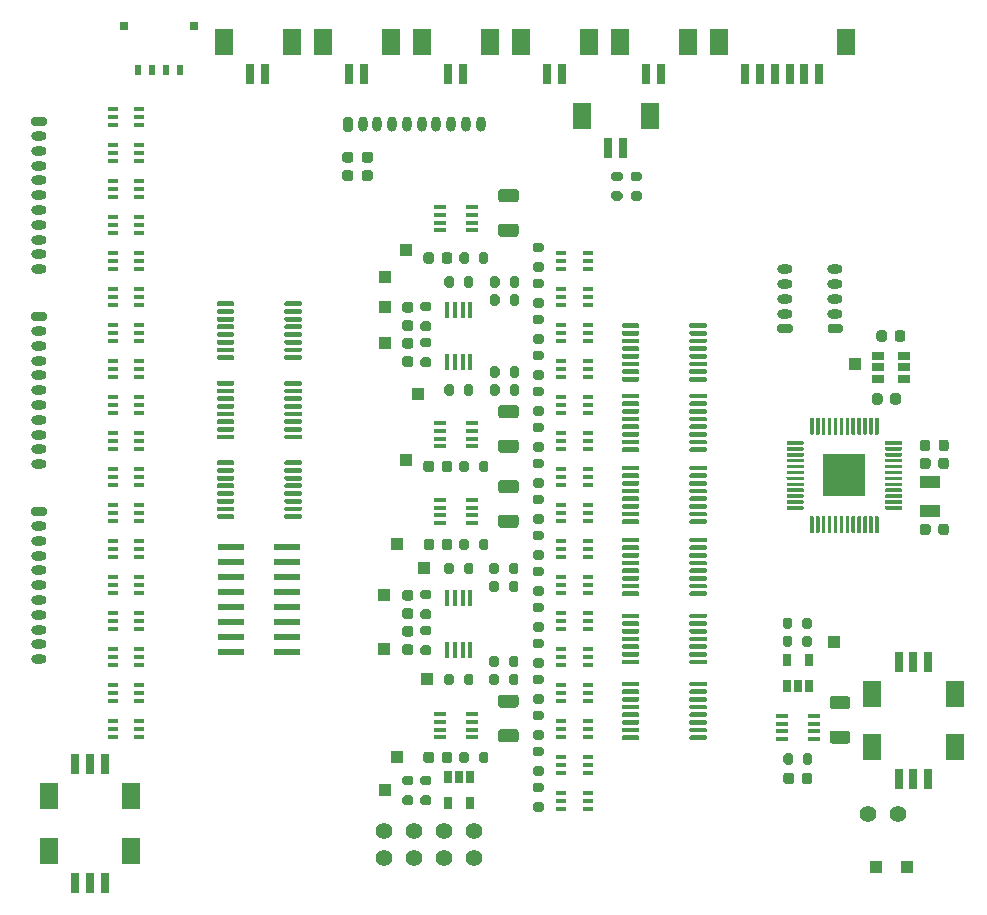
<source format=gbr>
%TF.GenerationSoftware,KiCad,Pcbnew,(5.1.10)-1*%
%TF.CreationDate,2023-09-20T18:37:59-05:00*%
%TF.ProjectId,brs_flight_computer,6272735f-666c-4696-9768-745f636f6d70,A*%
%TF.SameCoordinates,Original*%
%TF.FileFunction,Soldermask,Top*%
%TF.FilePolarity,Negative*%
%FSLAX46Y46*%
G04 Gerber Fmt 4.6, Leading zero omitted, Abs format (unit mm)*
G04 Created by KiCad (PCBNEW (5.1.10)-1) date 2023-09-20 18:37:59*
%MOMM*%
%LPD*%
G01*
G04 APERTURE LIST*
%ADD10R,3.600000X3.600000*%
%ADD11R,0.700000X1.800000*%
%ADD12R,1.600000X2.200000*%
%ADD13R,1.800000X1.000000*%
%ADD14R,1.000000X1.000000*%
%ADD15O,0.800000X1.300000*%
%ADD16C,1.400000*%
%ADD17R,0.650000X1.060000*%
%ADD18O,1.300000X0.800000*%
%ADD19R,0.450000X1.450000*%
%ADD20R,0.876300X0.355600*%
%ADD21R,2.184400X0.558800*%
%ADD22R,1.003300X0.457200*%
%ADD23R,1.060000X0.650000*%
%ADD24R,0.600000X0.850000*%
%ADD25R,0.700000X0.800000*%
G04 APERTURE END LIST*
%TO.C,U8*%
G36*
G01*
X186190000Y-104066000D02*
X186340000Y-104066000D01*
G75*
G02*
X186415000Y-104141000I0J-75000D01*
G01*
X186415000Y-105466000D01*
G75*
G02*
X186340000Y-105541000I-75000J0D01*
G01*
X186190000Y-105541000D01*
G75*
G02*
X186115000Y-105466000I0J75000D01*
G01*
X186115000Y-104141000D01*
G75*
G02*
X186190000Y-104066000I75000J0D01*
G01*
G37*
G36*
G01*
X185690000Y-104066000D02*
X185840000Y-104066000D01*
G75*
G02*
X185915000Y-104141000I0J-75000D01*
G01*
X185915000Y-105466000D01*
G75*
G02*
X185840000Y-105541000I-75000J0D01*
G01*
X185690000Y-105541000D01*
G75*
G02*
X185615000Y-105466000I0J75000D01*
G01*
X185615000Y-104141000D01*
G75*
G02*
X185690000Y-104066000I75000J0D01*
G01*
G37*
G36*
G01*
X185190000Y-104066000D02*
X185340000Y-104066000D01*
G75*
G02*
X185415000Y-104141000I0J-75000D01*
G01*
X185415000Y-105466000D01*
G75*
G02*
X185340000Y-105541000I-75000J0D01*
G01*
X185190000Y-105541000D01*
G75*
G02*
X185115000Y-105466000I0J75000D01*
G01*
X185115000Y-104141000D01*
G75*
G02*
X185190000Y-104066000I75000J0D01*
G01*
G37*
G36*
G01*
X184690000Y-104066000D02*
X184840000Y-104066000D01*
G75*
G02*
X184915000Y-104141000I0J-75000D01*
G01*
X184915000Y-105466000D01*
G75*
G02*
X184840000Y-105541000I-75000J0D01*
G01*
X184690000Y-105541000D01*
G75*
G02*
X184615000Y-105466000I0J75000D01*
G01*
X184615000Y-104141000D01*
G75*
G02*
X184690000Y-104066000I75000J0D01*
G01*
G37*
G36*
G01*
X184190000Y-104066000D02*
X184340000Y-104066000D01*
G75*
G02*
X184415000Y-104141000I0J-75000D01*
G01*
X184415000Y-105466000D01*
G75*
G02*
X184340000Y-105541000I-75000J0D01*
G01*
X184190000Y-105541000D01*
G75*
G02*
X184115000Y-105466000I0J75000D01*
G01*
X184115000Y-104141000D01*
G75*
G02*
X184190000Y-104066000I75000J0D01*
G01*
G37*
G36*
G01*
X183690000Y-104066000D02*
X183840000Y-104066000D01*
G75*
G02*
X183915000Y-104141000I0J-75000D01*
G01*
X183915000Y-105466000D01*
G75*
G02*
X183840000Y-105541000I-75000J0D01*
G01*
X183690000Y-105541000D01*
G75*
G02*
X183615000Y-105466000I0J75000D01*
G01*
X183615000Y-104141000D01*
G75*
G02*
X183690000Y-104066000I75000J0D01*
G01*
G37*
G36*
G01*
X183190000Y-104066000D02*
X183340000Y-104066000D01*
G75*
G02*
X183415000Y-104141000I0J-75000D01*
G01*
X183415000Y-105466000D01*
G75*
G02*
X183340000Y-105541000I-75000J0D01*
G01*
X183190000Y-105541000D01*
G75*
G02*
X183115000Y-105466000I0J75000D01*
G01*
X183115000Y-104141000D01*
G75*
G02*
X183190000Y-104066000I75000J0D01*
G01*
G37*
G36*
G01*
X182690000Y-104066000D02*
X182840000Y-104066000D01*
G75*
G02*
X182915000Y-104141000I0J-75000D01*
G01*
X182915000Y-105466000D01*
G75*
G02*
X182840000Y-105541000I-75000J0D01*
G01*
X182690000Y-105541000D01*
G75*
G02*
X182615000Y-105466000I0J75000D01*
G01*
X182615000Y-104141000D01*
G75*
G02*
X182690000Y-104066000I75000J0D01*
G01*
G37*
G36*
G01*
X182190000Y-104066000D02*
X182340000Y-104066000D01*
G75*
G02*
X182415000Y-104141000I0J-75000D01*
G01*
X182415000Y-105466000D01*
G75*
G02*
X182340000Y-105541000I-75000J0D01*
G01*
X182190000Y-105541000D01*
G75*
G02*
X182115000Y-105466000I0J75000D01*
G01*
X182115000Y-104141000D01*
G75*
G02*
X182190000Y-104066000I75000J0D01*
G01*
G37*
G36*
G01*
X181690000Y-104066000D02*
X181840000Y-104066000D01*
G75*
G02*
X181915000Y-104141000I0J-75000D01*
G01*
X181915000Y-105466000D01*
G75*
G02*
X181840000Y-105541000I-75000J0D01*
G01*
X181690000Y-105541000D01*
G75*
G02*
X181615000Y-105466000I0J75000D01*
G01*
X181615000Y-104141000D01*
G75*
G02*
X181690000Y-104066000I75000J0D01*
G01*
G37*
G36*
G01*
X181190000Y-104066000D02*
X181340000Y-104066000D01*
G75*
G02*
X181415000Y-104141000I0J-75000D01*
G01*
X181415000Y-105466000D01*
G75*
G02*
X181340000Y-105541000I-75000J0D01*
G01*
X181190000Y-105541000D01*
G75*
G02*
X181115000Y-105466000I0J75000D01*
G01*
X181115000Y-104141000D01*
G75*
G02*
X181190000Y-104066000I75000J0D01*
G01*
G37*
G36*
G01*
X180690000Y-104066000D02*
X180840000Y-104066000D01*
G75*
G02*
X180915000Y-104141000I0J-75000D01*
G01*
X180915000Y-105466000D01*
G75*
G02*
X180840000Y-105541000I-75000J0D01*
G01*
X180690000Y-105541000D01*
G75*
G02*
X180615000Y-105466000I0J75000D01*
G01*
X180615000Y-104141000D01*
G75*
G02*
X180690000Y-104066000I75000J0D01*
G01*
G37*
G36*
G01*
X178690000Y-106066000D02*
X180015000Y-106066000D01*
G75*
G02*
X180090000Y-106141000I0J-75000D01*
G01*
X180090000Y-106291000D01*
G75*
G02*
X180015000Y-106366000I-75000J0D01*
G01*
X178690000Y-106366000D01*
G75*
G02*
X178615000Y-106291000I0J75000D01*
G01*
X178615000Y-106141000D01*
G75*
G02*
X178690000Y-106066000I75000J0D01*
G01*
G37*
G36*
G01*
X178690000Y-106566000D02*
X180015000Y-106566000D01*
G75*
G02*
X180090000Y-106641000I0J-75000D01*
G01*
X180090000Y-106791000D01*
G75*
G02*
X180015000Y-106866000I-75000J0D01*
G01*
X178690000Y-106866000D01*
G75*
G02*
X178615000Y-106791000I0J75000D01*
G01*
X178615000Y-106641000D01*
G75*
G02*
X178690000Y-106566000I75000J0D01*
G01*
G37*
G36*
G01*
X178690000Y-107066000D02*
X180015000Y-107066000D01*
G75*
G02*
X180090000Y-107141000I0J-75000D01*
G01*
X180090000Y-107291000D01*
G75*
G02*
X180015000Y-107366000I-75000J0D01*
G01*
X178690000Y-107366000D01*
G75*
G02*
X178615000Y-107291000I0J75000D01*
G01*
X178615000Y-107141000D01*
G75*
G02*
X178690000Y-107066000I75000J0D01*
G01*
G37*
G36*
G01*
X178690000Y-107566000D02*
X180015000Y-107566000D01*
G75*
G02*
X180090000Y-107641000I0J-75000D01*
G01*
X180090000Y-107791000D01*
G75*
G02*
X180015000Y-107866000I-75000J0D01*
G01*
X178690000Y-107866000D01*
G75*
G02*
X178615000Y-107791000I0J75000D01*
G01*
X178615000Y-107641000D01*
G75*
G02*
X178690000Y-107566000I75000J0D01*
G01*
G37*
G36*
G01*
X178690000Y-108066000D02*
X180015000Y-108066000D01*
G75*
G02*
X180090000Y-108141000I0J-75000D01*
G01*
X180090000Y-108291000D01*
G75*
G02*
X180015000Y-108366000I-75000J0D01*
G01*
X178690000Y-108366000D01*
G75*
G02*
X178615000Y-108291000I0J75000D01*
G01*
X178615000Y-108141000D01*
G75*
G02*
X178690000Y-108066000I75000J0D01*
G01*
G37*
G36*
G01*
X178690000Y-108566000D02*
X180015000Y-108566000D01*
G75*
G02*
X180090000Y-108641000I0J-75000D01*
G01*
X180090000Y-108791000D01*
G75*
G02*
X180015000Y-108866000I-75000J0D01*
G01*
X178690000Y-108866000D01*
G75*
G02*
X178615000Y-108791000I0J75000D01*
G01*
X178615000Y-108641000D01*
G75*
G02*
X178690000Y-108566000I75000J0D01*
G01*
G37*
G36*
G01*
X178690000Y-109066000D02*
X180015000Y-109066000D01*
G75*
G02*
X180090000Y-109141000I0J-75000D01*
G01*
X180090000Y-109291000D01*
G75*
G02*
X180015000Y-109366000I-75000J0D01*
G01*
X178690000Y-109366000D01*
G75*
G02*
X178615000Y-109291000I0J75000D01*
G01*
X178615000Y-109141000D01*
G75*
G02*
X178690000Y-109066000I75000J0D01*
G01*
G37*
G36*
G01*
X178690000Y-109566000D02*
X180015000Y-109566000D01*
G75*
G02*
X180090000Y-109641000I0J-75000D01*
G01*
X180090000Y-109791000D01*
G75*
G02*
X180015000Y-109866000I-75000J0D01*
G01*
X178690000Y-109866000D01*
G75*
G02*
X178615000Y-109791000I0J75000D01*
G01*
X178615000Y-109641000D01*
G75*
G02*
X178690000Y-109566000I75000J0D01*
G01*
G37*
G36*
G01*
X178690000Y-110066000D02*
X180015000Y-110066000D01*
G75*
G02*
X180090000Y-110141000I0J-75000D01*
G01*
X180090000Y-110291000D01*
G75*
G02*
X180015000Y-110366000I-75000J0D01*
G01*
X178690000Y-110366000D01*
G75*
G02*
X178615000Y-110291000I0J75000D01*
G01*
X178615000Y-110141000D01*
G75*
G02*
X178690000Y-110066000I75000J0D01*
G01*
G37*
G36*
G01*
X178690000Y-110566000D02*
X180015000Y-110566000D01*
G75*
G02*
X180090000Y-110641000I0J-75000D01*
G01*
X180090000Y-110791000D01*
G75*
G02*
X180015000Y-110866000I-75000J0D01*
G01*
X178690000Y-110866000D01*
G75*
G02*
X178615000Y-110791000I0J75000D01*
G01*
X178615000Y-110641000D01*
G75*
G02*
X178690000Y-110566000I75000J0D01*
G01*
G37*
G36*
G01*
X178690000Y-111066000D02*
X180015000Y-111066000D01*
G75*
G02*
X180090000Y-111141000I0J-75000D01*
G01*
X180090000Y-111291000D01*
G75*
G02*
X180015000Y-111366000I-75000J0D01*
G01*
X178690000Y-111366000D01*
G75*
G02*
X178615000Y-111291000I0J75000D01*
G01*
X178615000Y-111141000D01*
G75*
G02*
X178690000Y-111066000I75000J0D01*
G01*
G37*
G36*
G01*
X178690000Y-111566000D02*
X180015000Y-111566000D01*
G75*
G02*
X180090000Y-111641000I0J-75000D01*
G01*
X180090000Y-111791000D01*
G75*
G02*
X180015000Y-111866000I-75000J0D01*
G01*
X178690000Y-111866000D01*
G75*
G02*
X178615000Y-111791000I0J75000D01*
G01*
X178615000Y-111641000D01*
G75*
G02*
X178690000Y-111566000I75000J0D01*
G01*
G37*
G36*
G01*
X180690000Y-112391000D02*
X180840000Y-112391000D01*
G75*
G02*
X180915000Y-112466000I0J-75000D01*
G01*
X180915000Y-113791000D01*
G75*
G02*
X180840000Y-113866000I-75000J0D01*
G01*
X180690000Y-113866000D01*
G75*
G02*
X180615000Y-113791000I0J75000D01*
G01*
X180615000Y-112466000D01*
G75*
G02*
X180690000Y-112391000I75000J0D01*
G01*
G37*
G36*
G01*
X181190000Y-112391000D02*
X181340000Y-112391000D01*
G75*
G02*
X181415000Y-112466000I0J-75000D01*
G01*
X181415000Y-113791000D01*
G75*
G02*
X181340000Y-113866000I-75000J0D01*
G01*
X181190000Y-113866000D01*
G75*
G02*
X181115000Y-113791000I0J75000D01*
G01*
X181115000Y-112466000D01*
G75*
G02*
X181190000Y-112391000I75000J0D01*
G01*
G37*
G36*
G01*
X181690000Y-112391000D02*
X181840000Y-112391000D01*
G75*
G02*
X181915000Y-112466000I0J-75000D01*
G01*
X181915000Y-113791000D01*
G75*
G02*
X181840000Y-113866000I-75000J0D01*
G01*
X181690000Y-113866000D01*
G75*
G02*
X181615000Y-113791000I0J75000D01*
G01*
X181615000Y-112466000D01*
G75*
G02*
X181690000Y-112391000I75000J0D01*
G01*
G37*
G36*
G01*
X182190000Y-112391000D02*
X182340000Y-112391000D01*
G75*
G02*
X182415000Y-112466000I0J-75000D01*
G01*
X182415000Y-113791000D01*
G75*
G02*
X182340000Y-113866000I-75000J0D01*
G01*
X182190000Y-113866000D01*
G75*
G02*
X182115000Y-113791000I0J75000D01*
G01*
X182115000Y-112466000D01*
G75*
G02*
X182190000Y-112391000I75000J0D01*
G01*
G37*
G36*
G01*
X182690000Y-112391000D02*
X182840000Y-112391000D01*
G75*
G02*
X182915000Y-112466000I0J-75000D01*
G01*
X182915000Y-113791000D01*
G75*
G02*
X182840000Y-113866000I-75000J0D01*
G01*
X182690000Y-113866000D01*
G75*
G02*
X182615000Y-113791000I0J75000D01*
G01*
X182615000Y-112466000D01*
G75*
G02*
X182690000Y-112391000I75000J0D01*
G01*
G37*
G36*
G01*
X183190000Y-112391000D02*
X183340000Y-112391000D01*
G75*
G02*
X183415000Y-112466000I0J-75000D01*
G01*
X183415000Y-113791000D01*
G75*
G02*
X183340000Y-113866000I-75000J0D01*
G01*
X183190000Y-113866000D01*
G75*
G02*
X183115000Y-113791000I0J75000D01*
G01*
X183115000Y-112466000D01*
G75*
G02*
X183190000Y-112391000I75000J0D01*
G01*
G37*
G36*
G01*
X183690000Y-112391000D02*
X183840000Y-112391000D01*
G75*
G02*
X183915000Y-112466000I0J-75000D01*
G01*
X183915000Y-113791000D01*
G75*
G02*
X183840000Y-113866000I-75000J0D01*
G01*
X183690000Y-113866000D01*
G75*
G02*
X183615000Y-113791000I0J75000D01*
G01*
X183615000Y-112466000D01*
G75*
G02*
X183690000Y-112391000I75000J0D01*
G01*
G37*
G36*
G01*
X184190000Y-112391000D02*
X184340000Y-112391000D01*
G75*
G02*
X184415000Y-112466000I0J-75000D01*
G01*
X184415000Y-113791000D01*
G75*
G02*
X184340000Y-113866000I-75000J0D01*
G01*
X184190000Y-113866000D01*
G75*
G02*
X184115000Y-113791000I0J75000D01*
G01*
X184115000Y-112466000D01*
G75*
G02*
X184190000Y-112391000I75000J0D01*
G01*
G37*
G36*
G01*
X184690000Y-112391000D02*
X184840000Y-112391000D01*
G75*
G02*
X184915000Y-112466000I0J-75000D01*
G01*
X184915000Y-113791000D01*
G75*
G02*
X184840000Y-113866000I-75000J0D01*
G01*
X184690000Y-113866000D01*
G75*
G02*
X184615000Y-113791000I0J75000D01*
G01*
X184615000Y-112466000D01*
G75*
G02*
X184690000Y-112391000I75000J0D01*
G01*
G37*
G36*
G01*
X185190000Y-112391000D02*
X185340000Y-112391000D01*
G75*
G02*
X185415000Y-112466000I0J-75000D01*
G01*
X185415000Y-113791000D01*
G75*
G02*
X185340000Y-113866000I-75000J0D01*
G01*
X185190000Y-113866000D01*
G75*
G02*
X185115000Y-113791000I0J75000D01*
G01*
X185115000Y-112466000D01*
G75*
G02*
X185190000Y-112391000I75000J0D01*
G01*
G37*
G36*
G01*
X185690000Y-112391000D02*
X185840000Y-112391000D01*
G75*
G02*
X185915000Y-112466000I0J-75000D01*
G01*
X185915000Y-113791000D01*
G75*
G02*
X185840000Y-113866000I-75000J0D01*
G01*
X185690000Y-113866000D01*
G75*
G02*
X185615000Y-113791000I0J75000D01*
G01*
X185615000Y-112466000D01*
G75*
G02*
X185690000Y-112391000I75000J0D01*
G01*
G37*
G36*
G01*
X186190000Y-112391000D02*
X186340000Y-112391000D01*
G75*
G02*
X186415000Y-112466000I0J-75000D01*
G01*
X186415000Y-113791000D01*
G75*
G02*
X186340000Y-113866000I-75000J0D01*
G01*
X186190000Y-113866000D01*
G75*
G02*
X186115000Y-113791000I0J75000D01*
G01*
X186115000Y-112466000D01*
G75*
G02*
X186190000Y-112391000I75000J0D01*
G01*
G37*
G36*
G01*
X187015000Y-111566000D02*
X188340000Y-111566000D01*
G75*
G02*
X188415000Y-111641000I0J-75000D01*
G01*
X188415000Y-111791000D01*
G75*
G02*
X188340000Y-111866000I-75000J0D01*
G01*
X187015000Y-111866000D01*
G75*
G02*
X186940000Y-111791000I0J75000D01*
G01*
X186940000Y-111641000D01*
G75*
G02*
X187015000Y-111566000I75000J0D01*
G01*
G37*
G36*
G01*
X187015000Y-111066000D02*
X188340000Y-111066000D01*
G75*
G02*
X188415000Y-111141000I0J-75000D01*
G01*
X188415000Y-111291000D01*
G75*
G02*
X188340000Y-111366000I-75000J0D01*
G01*
X187015000Y-111366000D01*
G75*
G02*
X186940000Y-111291000I0J75000D01*
G01*
X186940000Y-111141000D01*
G75*
G02*
X187015000Y-111066000I75000J0D01*
G01*
G37*
G36*
G01*
X187015000Y-110566000D02*
X188340000Y-110566000D01*
G75*
G02*
X188415000Y-110641000I0J-75000D01*
G01*
X188415000Y-110791000D01*
G75*
G02*
X188340000Y-110866000I-75000J0D01*
G01*
X187015000Y-110866000D01*
G75*
G02*
X186940000Y-110791000I0J75000D01*
G01*
X186940000Y-110641000D01*
G75*
G02*
X187015000Y-110566000I75000J0D01*
G01*
G37*
G36*
G01*
X187015000Y-110066000D02*
X188340000Y-110066000D01*
G75*
G02*
X188415000Y-110141000I0J-75000D01*
G01*
X188415000Y-110291000D01*
G75*
G02*
X188340000Y-110366000I-75000J0D01*
G01*
X187015000Y-110366000D01*
G75*
G02*
X186940000Y-110291000I0J75000D01*
G01*
X186940000Y-110141000D01*
G75*
G02*
X187015000Y-110066000I75000J0D01*
G01*
G37*
G36*
G01*
X187015000Y-109566000D02*
X188340000Y-109566000D01*
G75*
G02*
X188415000Y-109641000I0J-75000D01*
G01*
X188415000Y-109791000D01*
G75*
G02*
X188340000Y-109866000I-75000J0D01*
G01*
X187015000Y-109866000D01*
G75*
G02*
X186940000Y-109791000I0J75000D01*
G01*
X186940000Y-109641000D01*
G75*
G02*
X187015000Y-109566000I75000J0D01*
G01*
G37*
G36*
G01*
X187015000Y-109066000D02*
X188340000Y-109066000D01*
G75*
G02*
X188415000Y-109141000I0J-75000D01*
G01*
X188415000Y-109291000D01*
G75*
G02*
X188340000Y-109366000I-75000J0D01*
G01*
X187015000Y-109366000D01*
G75*
G02*
X186940000Y-109291000I0J75000D01*
G01*
X186940000Y-109141000D01*
G75*
G02*
X187015000Y-109066000I75000J0D01*
G01*
G37*
G36*
G01*
X187015000Y-108566000D02*
X188340000Y-108566000D01*
G75*
G02*
X188415000Y-108641000I0J-75000D01*
G01*
X188415000Y-108791000D01*
G75*
G02*
X188340000Y-108866000I-75000J0D01*
G01*
X187015000Y-108866000D01*
G75*
G02*
X186940000Y-108791000I0J75000D01*
G01*
X186940000Y-108641000D01*
G75*
G02*
X187015000Y-108566000I75000J0D01*
G01*
G37*
G36*
G01*
X187015000Y-108066000D02*
X188340000Y-108066000D01*
G75*
G02*
X188415000Y-108141000I0J-75000D01*
G01*
X188415000Y-108291000D01*
G75*
G02*
X188340000Y-108366000I-75000J0D01*
G01*
X187015000Y-108366000D01*
G75*
G02*
X186940000Y-108291000I0J75000D01*
G01*
X186940000Y-108141000D01*
G75*
G02*
X187015000Y-108066000I75000J0D01*
G01*
G37*
G36*
G01*
X187015000Y-107566000D02*
X188340000Y-107566000D01*
G75*
G02*
X188415000Y-107641000I0J-75000D01*
G01*
X188415000Y-107791000D01*
G75*
G02*
X188340000Y-107866000I-75000J0D01*
G01*
X187015000Y-107866000D01*
G75*
G02*
X186940000Y-107791000I0J75000D01*
G01*
X186940000Y-107641000D01*
G75*
G02*
X187015000Y-107566000I75000J0D01*
G01*
G37*
G36*
G01*
X187015000Y-107066000D02*
X188340000Y-107066000D01*
G75*
G02*
X188415000Y-107141000I0J-75000D01*
G01*
X188415000Y-107291000D01*
G75*
G02*
X188340000Y-107366000I-75000J0D01*
G01*
X187015000Y-107366000D01*
G75*
G02*
X186940000Y-107291000I0J75000D01*
G01*
X186940000Y-107141000D01*
G75*
G02*
X187015000Y-107066000I75000J0D01*
G01*
G37*
G36*
G01*
X187015000Y-106566000D02*
X188340000Y-106566000D01*
G75*
G02*
X188415000Y-106641000I0J-75000D01*
G01*
X188415000Y-106791000D01*
G75*
G02*
X188340000Y-106866000I-75000J0D01*
G01*
X187015000Y-106866000D01*
G75*
G02*
X186940000Y-106791000I0J75000D01*
G01*
X186940000Y-106641000D01*
G75*
G02*
X187015000Y-106566000I75000J0D01*
G01*
G37*
G36*
G01*
X187015000Y-106066000D02*
X188340000Y-106066000D01*
G75*
G02*
X188415000Y-106141000I0J-75000D01*
G01*
X188415000Y-106291000D01*
G75*
G02*
X188340000Y-106366000I-75000J0D01*
G01*
X187015000Y-106366000D01*
G75*
G02*
X186940000Y-106291000I0J75000D01*
G01*
X186940000Y-106141000D01*
G75*
G02*
X187015000Y-106066000I75000J0D01*
G01*
G37*
D10*
X183515000Y-108966000D03*
%TD*%
D11*
%TO.C,J4*%
X163522500Y-81269500D03*
X164772500Y-81269500D03*
D12*
X167022500Y-78569500D03*
X161272500Y-78569500D03*
%TD*%
%TO.C,U5*%
G36*
G01*
X131860000Y-105616500D02*
X131860000Y-105816500D01*
G75*
G02*
X131760000Y-105916500I-100000J0D01*
G01*
X130485000Y-105916500D01*
G75*
G02*
X130385000Y-105816500I0J100000D01*
G01*
X130385000Y-105616500D01*
G75*
G02*
X130485000Y-105516500I100000J0D01*
G01*
X131760000Y-105516500D01*
G75*
G02*
X131860000Y-105616500I0J-100000D01*
G01*
G37*
G36*
G01*
X131860000Y-104966500D02*
X131860000Y-105166500D01*
G75*
G02*
X131760000Y-105266500I-100000J0D01*
G01*
X130485000Y-105266500D01*
G75*
G02*
X130385000Y-105166500I0J100000D01*
G01*
X130385000Y-104966500D01*
G75*
G02*
X130485000Y-104866500I100000J0D01*
G01*
X131760000Y-104866500D01*
G75*
G02*
X131860000Y-104966500I0J-100000D01*
G01*
G37*
G36*
G01*
X131860000Y-104316500D02*
X131860000Y-104516500D01*
G75*
G02*
X131760000Y-104616500I-100000J0D01*
G01*
X130485000Y-104616500D01*
G75*
G02*
X130385000Y-104516500I0J100000D01*
G01*
X130385000Y-104316500D01*
G75*
G02*
X130485000Y-104216500I100000J0D01*
G01*
X131760000Y-104216500D01*
G75*
G02*
X131860000Y-104316500I0J-100000D01*
G01*
G37*
G36*
G01*
X131860000Y-103666500D02*
X131860000Y-103866500D01*
G75*
G02*
X131760000Y-103966500I-100000J0D01*
G01*
X130485000Y-103966500D01*
G75*
G02*
X130385000Y-103866500I0J100000D01*
G01*
X130385000Y-103666500D01*
G75*
G02*
X130485000Y-103566500I100000J0D01*
G01*
X131760000Y-103566500D01*
G75*
G02*
X131860000Y-103666500I0J-100000D01*
G01*
G37*
G36*
G01*
X131860000Y-103016500D02*
X131860000Y-103216500D01*
G75*
G02*
X131760000Y-103316500I-100000J0D01*
G01*
X130485000Y-103316500D01*
G75*
G02*
X130385000Y-103216500I0J100000D01*
G01*
X130385000Y-103016500D01*
G75*
G02*
X130485000Y-102916500I100000J0D01*
G01*
X131760000Y-102916500D01*
G75*
G02*
X131860000Y-103016500I0J-100000D01*
G01*
G37*
G36*
G01*
X131860000Y-102366500D02*
X131860000Y-102566500D01*
G75*
G02*
X131760000Y-102666500I-100000J0D01*
G01*
X130485000Y-102666500D01*
G75*
G02*
X130385000Y-102566500I0J100000D01*
G01*
X130385000Y-102366500D01*
G75*
G02*
X130485000Y-102266500I100000J0D01*
G01*
X131760000Y-102266500D01*
G75*
G02*
X131860000Y-102366500I0J-100000D01*
G01*
G37*
G36*
G01*
X131860000Y-101716500D02*
X131860000Y-101916500D01*
G75*
G02*
X131760000Y-102016500I-100000J0D01*
G01*
X130485000Y-102016500D01*
G75*
G02*
X130385000Y-101916500I0J100000D01*
G01*
X130385000Y-101716500D01*
G75*
G02*
X130485000Y-101616500I100000J0D01*
G01*
X131760000Y-101616500D01*
G75*
G02*
X131860000Y-101716500I0J-100000D01*
G01*
G37*
G36*
G01*
X131860000Y-101066500D02*
X131860000Y-101266500D01*
G75*
G02*
X131760000Y-101366500I-100000J0D01*
G01*
X130485000Y-101366500D01*
G75*
G02*
X130385000Y-101266500I0J100000D01*
G01*
X130385000Y-101066500D01*
G75*
G02*
X130485000Y-100966500I100000J0D01*
G01*
X131760000Y-100966500D01*
G75*
G02*
X131860000Y-101066500I0J-100000D01*
G01*
G37*
G36*
G01*
X137585000Y-101066500D02*
X137585000Y-101266500D01*
G75*
G02*
X137485000Y-101366500I-100000J0D01*
G01*
X136210000Y-101366500D01*
G75*
G02*
X136110000Y-101266500I0J100000D01*
G01*
X136110000Y-101066500D01*
G75*
G02*
X136210000Y-100966500I100000J0D01*
G01*
X137485000Y-100966500D01*
G75*
G02*
X137585000Y-101066500I0J-100000D01*
G01*
G37*
G36*
G01*
X137585000Y-101716500D02*
X137585000Y-101916500D01*
G75*
G02*
X137485000Y-102016500I-100000J0D01*
G01*
X136210000Y-102016500D01*
G75*
G02*
X136110000Y-101916500I0J100000D01*
G01*
X136110000Y-101716500D01*
G75*
G02*
X136210000Y-101616500I100000J0D01*
G01*
X137485000Y-101616500D01*
G75*
G02*
X137585000Y-101716500I0J-100000D01*
G01*
G37*
G36*
G01*
X137585000Y-102366500D02*
X137585000Y-102566500D01*
G75*
G02*
X137485000Y-102666500I-100000J0D01*
G01*
X136210000Y-102666500D01*
G75*
G02*
X136110000Y-102566500I0J100000D01*
G01*
X136110000Y-102366500D01*
G75*
G02*
X136210000Y-102266500I100000J0D01*
G01*
X137485000Y-102266500D01*
G75*
G02*
X137585000Y-102366500I0J-100000D01*
G01*
G37*
G36*
G01*
X137585000Y-103016500D02*
X137585000Y-103216500D01*
G75*
G02*
X137485000Y-103316500I-100000J0D01*
G01*
X136210000Y-103316500D01*
G75*
G02*
X136110000Y-103216500I0J100000D01*
G01*
X136110000Y-103016500D01*
G75*
G02*
X136210000Y-102916500I100000J0D01*
G01*
X137485000Y-102916500D01*
G75*
G02*
X137585000Y-103016500I0J-100000D01*
G01*
G37*
G36*
G01*
X137585000Y-103666500D02*
X137585000Y-103866500D01*
G75*
G02*
X137485000Y-103966500I-100000J0D01*
G01*
X136210000Y-103966500D01*
G75*
G02*
X136110000Y-103866500I0J100000D01*
G01*
X136110000Y-103666500D01*
G75*
G02*
X136210000Y-103566500I100000J0D01*
G01*
X137485000Y-103566500D01*
G75*
G02*
X137585000Y-103666500I0J-100000D01*
G01*
G37*
G36*
G01*
X137585000Y-104316500D02*
X137585000Y-104516500D01*
G75*
G02*
X137485000Y-104616500I-100000J0D01*
G01*
X136210000Y-104616500D01*
G75*
G02*
X136110000Y-104516500I0J100000D01*
G01*
X136110000Y-104316500D01*
G75*
G02*
X136210000Y-104216500I100000J0D01*
G01*
X137485000Y-104216500D01*
G75*
G02*
X137585000Y-104316500I0J-100000D01*
G01*
G37*
G36*
G01*
X137585000Y-104966500D02*
X137585000Y-105166500D01*
G75*
G02*
X137485000Y-105266500I-100000J0D01*
G01*
X136210000Y-105266500D01*
G75*
G02*
X136110000Y-105166500I0J100000D01*
G01*
X136110000Y-104966500D01*
G75*
G02*
X136210000Y-104866500I100000J0D01*
G01*
X137485000Y-104866500D01*
G75*
G02*
X137585000Y-104966500I0J-100000D01*
G01*
G37*
G36*
G01*
X137585000Y-105616500D02*
X137585000Y-105816500D01*
G75*
G02*
X137485000Y-105916500I-100000J0D01*
G01*
X136210000Y-105916500D01*
G75*
G02*
X136110000Y-105816500I0J100000D01*
G01*
X136110000Y-105616500D01*
G75*
G02*
X136210000Y-105516500I100000J0D01*
G01*
X137485000Y-105516500D01*
G75*
G02*
X137585000Y-105616500I0J-100000D01*
G01*
G37*
%TD*%
%TO.C,U15*%
G36*
G01*
X131860000Y-112347500D02*
X131860000Y-112547500D01*
G75*
G02*
X131760000Y-112647500I-100000J0D01*
G01*
X130485000Y-112647500D01*
G75*
G02*
X130385000Y-112547500I0J100000D01*
G01*
X130385000Y-112347500D01*
G75*
G02*
X130485000Y-112247500I100000J0D01*
G01*
X131760000Y-112247500D01*
G75*
G02*
X131860000Y-112347500I0J-100000D01*
G01*
G37*
G36*
G01*
X131860000Y-111697500D02*
X131860000Y-111897500D01*
G75*
G02*
X131760000Y-111997500I-100000J0D01*
G01*
X130485000Y-111997500D01*
G75*
G02*
X130385000Y-111897500I0J100000D01*
G01*
X130385000Y-111697500D01*
G75*
G02*
X130485000Y-111597500I100000J0D01*
G01*
X131760000Y-111597500D01*
G75*
G02*
X131860000Y-111697500I0J-100000D01*
G01*
G37*
G36*
G01*
X131860000Y-111047500D02*
X131860000Y-111247500D01*
G75*
G02*
X131760000Y-111347500I-100000J0D01*
G01*
X130485000Y-111347500D01*
G75*
G02*
X130385000Y-111247500I0J100000D01*
G01*
X130385000Y-111047500D01*
G75*
G02*
X130485000Y-110947500I100000J0D01*
G01*
X131760000Y-110947500D01*
G75*
G02*
X131860000Y-111047500I0J-100000D01*
G01*
G37*
G36*
G01*
X131860000Y-110397500D02*
X131860000Y-110597500D01*
G75*
G02*
X131760000Y-110697500I-100000J0D01*
G01*
X130485000Y-110697500D01*
G75*
G02*
X130385000Y-110597500I0J100000D01*
G01*
X130385000Y-110397500D01*
G75*
G02*
X130485000Y-110297500I100000J0D01*
G01*
X131760000Y-110297500D01*
G75*
G02*
X131860000Y-110397500I0J-100000D01*
G01*
G37*
G36*
G01*
X131860000Y-109747500D02*
X131860000Y-109947500D01*
G75*
G02*
X131760000Y-110047500I-100000J0D01*
G01*
X130485000Y-110047500D01*
G75*
G02*
X130385000Y-109947500I0J100000D01*
G01*
X130385000Y-109747500D01*
G75*
G02*
X130485000Y-109647500I100000J0D01*
G01*
X131760000Y-109647500D01*
G75*
G02*
X131860000Y-109747500I0J-100000D01*
G01*
G37*
G36*
G01*
X131860000Y-109097500D02*
X131860000Y-109297500D01*
G75*
G02*
X131760000Y-109397500I-100000J0D01*
G01*
X130485000Y-109397500D01*
G75*
G02*
X130385000Y-109297500I0J100000D01*
G01*
X130385000Y-109097500D01*
G75*
G02*
X130485000Y-108997500I100000J0D01*
G01*
X131760000Y-108997500D01*
G75*
G02*
X131860000Y-109097500I0J-100000D01*
G01*
G37*
G36*
G01*
X131860000Y-108447500D02*
X131860000Y-108647500D01*
G75*
G02*
X131760000Y-108747500I-100000J0D01*
G01*
X130485000Y-108747500D01*
G75*
G02*
X130385000Y-108647500I0J100000D01*
G01*
X130385000Y-108447500D01*
G75*
G02*
X130485000Y-108347500I100000J0D01*
G01*
X131760000Y-108347500D01*
G75*
G02*
X131860000Y-108447500I0J-100000D01*
G01*
G37*
G36*
G01*
X131860000Y-107797500D02*
X131860000Y-107997500D01*
G75*
G02*
X131760000Y-108097500I-100000J0D01*
G01*
X130485000Y-108097500D01*
G75*
G02*
X130385000Y-107997500I0J100000D01*
G01*
X130385000Y-107797500D01*
G75*
G02*
X130485000Y-107697500I100000J0D01*
G01*
X131760000Y-107697500D01*
G75*
G02*
X131860000Y-107797500I0J-100000D01*
G01*
G37*
G36*
G01*
X137585000Y-107797500D02*
X137585000Y-107997500D01*
G75*
G02*
X137485000Y-108097500I-100000J0D01*
G01*
X136210000Y-108097500D01*
G75*
G02*
X136110000Y-107997500I0J100000D01*
G01*
X136110000Y-107797500D01*
G75*
G02*
X136210000Y-107697500I100000J0D01*
G01*
X137485000Y-107697500D01*
G75*
G02*
X137585000Y-107797500I0J-100000D01*
G01*
G37*
G36*
G01*
X137585000Y-108447500D02*
X137585000Y-108647500D01*
G75*
G02*
X137485000Y-108747500I-100000J0D01*
G01*
X136210000Y-108747500D01*
G75*
G02*
X136110000Y-108647500I0J100000D01*
G01*
X136110000Y-108447500D01*
G75*
G02*
X136210000Y-108347500I100000J0D01*
G01*
X137485000Y-108347500D01*
G75*
G02*
X137585000Y-108447500I0J-100000D01*
G01*
G37*
G36*
G01*
X137585000Y-109097500D02*
X137585000Y-109297500D01*
G75*
G02*
X137485000Y-109397500I-100000J0D01*
G01*
X136210000Y-109397500D01*
G75*
G02*
X136110000Y-109297500I0J100000D01*
G01*
X136110000Y-109097500D01*
G75*
G02*
X136210000Y-108997500I100000J0D01*
G01*
X137485000Y-108997500D01*
G75*
G02*
X137585000Y-109097500I0J-100000D01*
G01*
G37*
G36*
G01*
X137585000Y-109747500D02*
X137585000Y-109947500D01*
G75*
G02*
X137485000Y-110047500I-100000J0D01*
G01*
X136210000Y-110047500D01*
G75*
G02*
X136110000Y-109947500I0J100000D01*
G01*
X136110000Y-109747500D01*
G75*
G02*
X136210000Y-109647500I100000J0D01*
G01*
X137485000Y-109647500D01*
G75*
G02*
X137585000Y-109747500I0J-100000D01*
G01*
G37*
G36*
G01*
X137585000Y-110397500D02*
X137585000Y-110597500D01*
G75*
G02*
X137485000Y-110697500I-100000J0D01*
G01*
X136210000Y-110697500D01*
G75*
G02*
X136110000Y-110597500I0J100000D01*
G01*
X136110000Y-110397500D01*
G75*
G02*
X136210000Y-110297500I100000J0D01*
G01*
X137485000Y-110297500D01*
G75*
G02*
X137585000Y-110397500I0J-100000D01*
G01*
G37*
G36*
G01*
X137585000Y-111047500D02*
X137585000Y-111247500D01*
G75*
G02*
X137485000Y-111347500I-100000J0D01*
G01*
X136210000Y-111347500D01*
G75*
G02*
X136110000Y-111247500I0J100000D01*
G01*
X136110000Y-111047500D01*
G75*
G02*
X136210000Y-110947500I100000J0D01*
G01*
X137485000Y-110947500D01*
G75*
G02*
X137585000Y-111047500I0J-100000D01*
G01*
G37*
G36*
G01*
X137585000Y-111697500D02*
X137585000Y-111897500D01*
G75*
G02*
X137485000Y-111997500I-100000J0D01*
G01*
X136210000Y-111997500D01*
G75*
G02*
X136110000Y-111897500I0J100000D01*
G01*
X136110000Y-111697500D01*
G75*
G02*
X136210000Y-111597500I100000J0D01*
G01*
X137485000Y-111597500D01*
G75*
G02*
X137585000Y-111697500I0J-100000D01*
G01*
G37*
G36*
G01*
X137585000Y-112347500D02*
X137585000Y-112547500D01*
G75*
G02*
X137485000Y-112647500I-100000J0D01*
G01*
X136210000Y-112647500D01*
G75*
G02*
X136110000Y-112547500I0J100000D01*
G01*
X136110000Y-112347500D01*
G75*
G02*
X136210000Y-112247500I100000J0D01*
G01*
X137485000Y-112247500D01*
G75*
G02*
X137585000Y-112347500I0J-100000D01*
G01*
G37*
%TD*%
%TO.C,U4*%
G36*
G01*
X131860000Y-98885500D02*
X131860000Y-99085500D01*
G75*
G02*
X131760000Y-99185500I-100000J0D01*
G01*
X130485000Y-99185500D01*
G75*
G02*
X130385000Y-99085500I0J100000D01*
G01*
X130385000Y-98885500D01*
G75*
G02*
X130485000Y-98785500I100000J0D01*
G01*
X131760000Y-98785500D01*
G75*
G02*
X131860000Y-98885500I0J-100000D01*
G01*
G37*
G36*
G01*
X131860000Y-98235500D02*
X131860000Y-98435500D01*
G75*
G02*
X131760000Y-98535500I-100000J0D01*
G01*
X130485000Y-98535500D01*
G75*
G02*
X130385000Y-98435500I0J100000D01*
G01*
X130385000Y-98235500D01*
G75*
G02*
X130485000Y-98135500I100000J0D01*
G01*
X131760000Y-98135500D01*
G75*
G02*
X131860000Y-98235500I0J-100000D01*
G01*
G37*
G36*
G01*
X131860000Y-97585500D02*
X131860000Y-97785500D01*
G75*
G02*
X131760000Y-97885500I-100000J0D01*
G01*
X130485000Y-97885500D01*
G75*
G02*
X130385000Y-97785500I0J100000D01*
G01*
X130385000Y-97585500D01*
G75*
G02*
X130485000Y-97485500I100000J0D01*
G01*
X131760000Y-97485500D01*
G75*
G02*
X131860000Y-97585500I0J-100000D01*
G01*
G37*
G36*
G01*
X131860000Y-96935500D02*
X131860000Y-97135500D01*
G75*
G02*
X131760000Y-97235500I-100000J0D01*
G01*
X130485000Y-97235500D01*
G75*
G02*
X130385000Y-97135500I0J100000D01*
G01*
X130385000Y-96935500D01*
G75*
G02*
X130485000Y-96835500I100000J0D01*
G01*
X131760000Y-96835500D01*
G75*
G02*
X131860000Y-96935500I0J-100000D01*
G01*
G37*
G36*
G01*
X131860000Y-96285500D02*
X131860000Y-96485500D01*
G75*
G02*
X131760000Y-96585500I-100000J0D01*
G01*
X130485000Y-96585500D01*
G75*
G02*
X130385000Y-96485500I0J100000D01*
G01*
X130385000Y-96285500D01*
G75*
G02*
X130485000Y-96185500I100000J0D01*
G01*
X131760000Y-96185500D01*
G75*
G02*
X131860000Y-96285500I0J-100000D01*
G01*
G37*
G36*
G01*
X131860000Y-95635500D02*
X131860000Y-95835500D01*
G75*
G02*
X131760000Y-95935500I-100000J0D01*
G01*
X130485000Y-95935500D01*
G75*
G02*
X130385000Y-95835500I0J100000D01*
G01*
X130385000Y-95635500D01*
G75*
G02*
X130485000Y-95535500I100000J0D01*
G01*
X131760000Y-95535500D01*
G75*
G02*
X131860000Y-95635500I0J-100000D01*
G01*
G37*
G36*
G01*
X131860000Y-94985500D02*
X131860000Y-95185500D01*
G75*
G02*
X131760000Y-95285500I-100000J0D01*
G01*
X130485000Y-95285500D01*
G75*
G02*
X130385000Y-95185500I0J100000D01*
G01*
X130385000Y-94985500D01*
G75*
G02*
X130485000Y-94885500I100000J0D01*
G01*
X131760000Y-94885500D01*
G75*
G02*
X131860000Y-94985500I0J-100000D01*
G01*
G37*
G36*
G01*
X131860000Y-94335500D02*
X131860000Y-94535500D01*
G75*
G02*
X131760000Y-94635500I-100000J0D01*
G01*
X130485000Y-94635500D01*
G75*
G02*
X130385000Y-94535500I0J100000D01*
G01*
X130385000Y-94335500D01*
G75*
G02*
X130485000Y-94235500I100000J0D01*
G01*
X131760000Y-94235500D01*
G75*
G02*
X131860000Y-94335500I0J-100000D01*
G01*
G37*
G36*
G01*
X137585000Y-94335500D02*
X137585000Y-94535500D01*
G75*
G02*
X137485000Y-94635500I-100000J0D01*
G01*
X136210000Y-94635500D01*
G75*
G02*
X136110000Y-94535500I0J100000D01*
G01*
X136110000Y-94335500D01*
G75*
G02*
X136210000Y-94235500I100000J0D01*
G01*
X137485000Y-94235500D01*
G75*
G02*
X137585000Y-94335500I0J-100000D01*
G01*
G37*
G36*
G01*
X137585000Y-94985500D02*
X137585000Y-95185500D01*
G75*
G02*
X137485000Y-95285500I-100000J0D01*
G01*
X136210000Y-95285500D01*
G75*
G02*
X136110000Y-95185500I0J100000D01*
G01*
X136110000Y-94985500D01*
G75*
G02*
X136210000Y-94885500I100000J0D01*
G01*
X137485000Y-94885500D01*
G75*
G02*
X137585000Y-94985500I0J-100000D01*
G01*
G37*
G36*
G01*
X137585000Y-95635500D02*
X137585000Y-95835500D01*
G75*
G02*
X137485000Y-95935500I-100000J0D01*
G01*
X136210000Y-95935500D01*
G75*
G02*
X136110000Y-95835500I0J100000D01*
G01*
X136110000Y-95635500D01*
G75*
G02*
X136210000Y-95535500I100000J0D01*
G01*
X137485000Y-95535500D01*
G75*
G02*
X137585000Y-95635500I0J-100000D01*
G01*
G37*
G36*
G01*
X137585000Y-96285500D02*
X137585000Y-96485500D01*
G75*
G02*
X137485000Y-96585500I-100000J0D01*
G01*
X136210000Y-96585500D01*
G75*
G02*
X136110000Y-96485500I0J100000D01*
G01*
X136110000Y-96285500D01*
G75*
G02*
X136210000Y-96185500I100000J0D01*
G01*
X137485000Y-96185500D01*
G75*
G02*
X137585000Y-96285500I0J-100000D01*
G01*
G37*
G36*
G01*
X137585000Y-96935500D02*
X137585000Y-97135500D01*
G75*
G02*
X137485000Y-97235500I-100000J0D01*
G01*
X136210000Y-97235500D01*
G75*
G02*
X136110000Y-97135500I0J100000D01*
G01*
X136110000Y-96935500D01*
G75*
G02*
X136210000Y-96835500I100000J0D01*
G01*
X137485000Y-96835500D01*
G75*
G02*
X137585000Y-96935500I0J-100000D01*
G01*
G37*
G36*
G01*
X137585000Y-97585500D02*
X137585000Y-97785500D01*
G75*
G02*
X137485000Y-97885500I-100000J0D01*
G01*
X136210000Y-97885500D01*
G75*
G02*
X136110000Y-97785500I0J100000D01*
G01*
X136110000Y-97585500D01*
G75*
G02*
X136210000Y-97485500I100000J0D01*
G01*
X137485000Y-97485500D01*
G75*
G02*
X137585000Y-97585500I0J-100000D01*
G01*
G37*
G36*
G01*
X137585000Y-98235500D02*
X137585000Y-98435500D01*
G75*
G02*
X137485000Y-98535500I-100000J0D01*
G01*
X136210000Y-98535500D01*
G75*
G02*
X136110000Y-98435500I0J100000D01*
G01*
X136110000Y-98235500D01*
G75*
G02*
X136210000Y-98135500I100000J0D01*
G01*
X137485000Y-98135500D01*
G75*
G02*
X137585000Y-98235500I0J-100000D01*
G01*
G37*
G36*
G01*
X137585000Y-98885500D02*
X137585000Y-99085500D01*
G75*
G02*
X137485000Y-99185500I-100000J0D01*
G01*
X136210000Y-99185500D01*
G75*
G02*
X136110000Y-99085500I0J100000D01*
G01*
X136110000Y-98885500D01*
G75*
G02*
X136210000Y-98785500I100000J0D01*
G01*
X137485000Y-98785500D01*
G75*
G02*
X137585000Y-98885500I0J-100000D01*
G01*
G37*
%TD*%
D13*
%TO.C,Y1*%
X190754000Y-111994000D03*
X190754000Y-109494000D03*
%TD*%
%TO.C,C18*%
G36*
G01*
X187127000Y-96905000D02*
X187127000Y-97405000D01*
G75*
G02*
X186902000Y-97630000I-225000J0D01*
G01*
X186452000Y-97630000D01*
G75*
G02*
X186227000Y-97405000I0J225000D01*
G01*
X186227000Y-96905000D01*
G75*
G02*
X186452000Y-96680000I225000J0D01*
G01*
X186902000Y-96680000D01*
G75*
G02*
X187127000Y-96905000I0J-225000D01*
G01*
G37*
G36*
G01*
X188677000Y-96905000D02*
X188677000Y-97405000D01*
G75*
G02*
X188452000Y-97630000I-225000J0D01*
G01*
X188002000Y-97630000D01*
G75*
G02*
X187777000Y-97405000I0J225000D01*
G01*
X187777000Y-96905000D01*
G75*
G02*
X188002000Y-96680000I225000J0D01*
G01*
X188452000Y-96680000D01*
G75*
G02*
X188677000Y-96905000I0J-225000D01*
G01*
G37*
%TD*%
D14*
%TO.C,TP11*%
X182626000Y-123063000D03*
%TD*%
%TO.C,TP9*%
X144653000Y-135636000D03*
%TD*%
D15*
%TO.C,J3*%
X152728000Y-79248000D03*
X151478000Y-79248000D03*
X150228000Y-79248000D03*
X148978000Y-79248000D03*
X147728000Y-79248000D03*
X146478000Y-79248000D03*
X145228000Y-79248000D03*
X143978000Y-79248000D03*
X142728000Y-79248000D03*
G36*
G01*
X141078000Y-79698000D02*
X141078000Y-78798000D01*
G75*
G02*
X141278000Y-78598000I200000J0D01*
G01*
X141678000Y-78598000D01*
G75*
G02*
X141878000Y-78798000I0J-200000D01*
G01*
X141878000Y-79698000D01*
G75*
G02*
X141678000Y-79898000I-200000J0D01*
G01*
X141278000Y-79898000D01*
G75*
G02*
X141078000Y-79698000I0J200000D01*
G01*
G37*
%TD*%
D16*
%TO.C,TP24*%
X185547000Y-137604500D03*
X188087000Y-137604500D03*
%TD*%
%TO.C,TP17*%
X152146000Y-141351000D03*
X149606000Y-141351000D03*
%TD*%
%TO.C,TP16*%
X147066000Y-141351000D03*
X144526000Y-141351000D03*
%TD*%
%TO.C,TP7*%
X147066000Y-139065000D03*
X144526000Y-139065000D03*
%TD*%
%TO.C,TP6*%
X152146000Y-139065000D03*
X149606000Y-139065000D03*
%TD*%
D14*
%TO.C,TP26*%
X188849000Y-142113000D03*
%TD*%
%TO.C,TP25*%
X186182000Y-142113000D03*
%TD*%
%TO.C,TP20*%
X147955000Y-116840000D03*
%TD*%
%TO.C,TP18*%
X147383500Y-102108000D03*
%TD*%
%TO.C,TP15*%
X144526000Y-119126000D03*
%TD*%
%TO.C,TP14*%
X145669000Y-114808000D03*
%TD*%
%TO.C,TP13*%
X144653000Y-97790000D03*
%TD*%
%TO.C,TP12*%
X146431000Y-107696000D03*
%TD*%
%TO.C,TP10*%
X144653000Y-92202000D03*
%TD*%
%TO.C,TP8*%
X148209000Y-126238000D03*
%TD*%
%TO.C,TP5*%
X144653000Y-94742000D03*
%TD*%
%TO.C,TP4*%
X146431000Y-89916000D03*
%TD*%
%TO.C,TP3*%
X144526000Y-123698000D03*
%TD*%
%TO.C,TP2*%
X145669000Y-132842000D03*
%TD*%
%TO.C,TP1*%
X184404000Y-99504500D03*
%TD*%
D17*
%TO.C,U3*%
X178628000Y-124630000D03*
X180528000Y-124630000D03*
X180528000Y-126830000D03*
X179578000Y-126830000D03*
X178628000Y-126830000D03*
%TD*%
D18*
%TO.C,J2*%
X178498500Y-91520000D03*
X178498500Y-92770000D03*
X178498500Y-94020000D03*
X178498500Y-95270000D03*
G36*
G01*
X178948500Y-96920000D02*
X178048500Y-96920000D01*
G75*
G02*
X177848500Y-96720000I0J200000D01*
G01*
X177848500Y-96320000D01*
G75*
G02*
X178048500Y-96120000I200000J0D01*
G01*
X178948500Y-96120000D01*
G75*
G02*
X179148500Y-96320000I0J-200000D01*
G01*
X179148500Y-96720000D01*
G75*
G02*
X178948500Y-96920000I-200000J0D01*
G01*
G37*
%TD*%
%TO.C,J1*%
X182753000Y-91520000D03*
X182753000Y-92770000D03*
X182753000Y-94020000D03*
X182753000Y-95270000D03*
G36*
G01*
X183203000Y-96920000D02*
X182303000Y-96920000D01*
G75*
G02*
X182103000Y-96720000I0J200000D01*
G01*
X182103000Y-96320000D01*
G75*
G02*
X182303000Y-96120000I200000J0D01*
G01*
X183203000Y-96120000D01*
G75*
G02*
X183403000Y-96320000I0J-200000D01*
G01*
X183403000Y-96720000D01*
G75*
G02*
X183203000Y-96920000I-200000J0D01*
G01*
G37*
%TD*%
%TO.C,C111*%
G36*
G01*
X186746000Y-102239000D02*
X186746000Y-102739000D01*
G75*
G02*
X186521000Y-102964000I-225000J0D01*
G01*
X186071000Y-102964000D01*
G75*
G02*
X185846000Y-102739000I0J225000D01*
G01*
X185846000Y-102239000D01*
G75*
G02*
X186071000Y-102014000I225000J0D01*
G01*
X186521000Y-102014000D01*
G75*
G02*
X186746000Y-102239000I0J-225000D01*
G01*
G37*
G36*
G01*
X188296000Y-102239000D02*
X188296000Y-102739000D01*
G75*
G02*
X188071000Y-102964000I-225000J0D01*
G01*
X187621000Y-102964000D01*
G75*
G02*
X187396000Y-102739000I0J225000D01*
G01*
X187396000Y-102239000D01*
G75*
G02*
X187621000Y-102014000I225000J0D01*
G01*
X188071000Y-102014000D01*
G75*
G02*
X188296000Y-102239000I0J-225000D01*
G01*
G37*
%TD*%
D19*
%TO.C,U2*%
X151851000Y-123739000D03*
X151201000Y-123739000D03*
X150551000Y-123739000D03*
X149901000Y-123739000D03*
X149901000Y-119339000D03*
X150551000Y-119339000D03*
X151201000Y-119339000D03*
X151851000Y-119339000D03*
%TD*%
D12*
%TO.C,J8*%
X192857000Y-127488000D03*
X185857000Y-127488000D03*
D11*
X188107000Y-124788000D03*
X189357000Y-124788000D03*
X190607000Y-124788000D03*
%TD*%
D12*
%TO.C,J5*%
X185857000Y-131973000D03*
X192857000Y-131973000D03*
D11*
X190607000Y-134673000D03*
X189357000Y-134673000D03*
X188107000Y-134673000D03*
%TD*%
D18*
%TO.C,J14*%
X115316000Y-108004000D03*
X115316000Y-106754000D03*
X115316000Y-105504000D03*
X115316000Y-104254000D03*
X115316000Y-103004000D03*
X115316000Y-101754000D03*
X115316000Y-100504000D03*
X115316000Y-99254000D03*
X115316000Y-98004000D03*
X115316000Y-96754000D03*
G36*
G01*
X114866000Y-95104000D02*
X115766000Y-95104000D01*
G75*
G02*
X115966000Y-95304000I0J-200000D01*
G01*
X115966000Y-95704000D01*
G75*
G02*
X115766000Y-95904000I-200000J0D01*
G01*
X114866000Y-95904000D01*
G75*
G02*
X114666000Y-95704000I0J200000D01*
G01*
X114666000Y-95304000D01*
G75*
G02*
X114866000Y-95104000I200000J0D01*
G01*
G37*
%TD*%
%TO.C,J13*%
X115316000Y-91494000D03*
X115316000Y-90244000D03*
X115316000Y-88994000D03*
X115316000Y-87744000D03*
X115316000Y-86494000D03*
X115316000Y-85244000D03*
X115316000Y-83994000D03*
X115316000Y-82744000D03*
X115316000Y-81494000D03*
X115316000Y-80244000D03*
G36*
G01*
X114866000Y-78594000D02*
X115766000Y-78594000D01*
G75*
G02*
X115966000Y-78794000I0J-200000D01*
G01*
X115966000Y-79194000D01*
G75*
G02*
X115766000Y-79394000I-200000J0D01*
G01*
X114866000Y-79394000D01*
G75*
G02*
X114666000Y-79194000I0J200000D01*
G01*
X114666000Y-78794000D01*
G75*
G02*
X114866000Y-78594000I200000J0D01*
G01*
G37*
%TD*%
%TO.C,J10*%
X115316000Y-124514000D03*
X115316000Y-123264000D03*
X115316000Y-122014000D03*
X115316000Y-120764000D03*
X115316000Y-119514000D03*
X115316000Y-118264000D03*
X115316000Y-117014000D03*
X115316000Y-115764000D03*
X115316000Y-114514000D03*
X115316000Y-113264000D03*
G36*
G01*
X114866000Y-111614000D02*
X115766000Y-111614000D01*
G75*
G02*
X115966000Y-111814000I0J-200000D01*
G01*
X115966000Y-112214000D01*
G75*
G02*
X115766000Y-112414000I-200000J0D01*
G01*
X114866000Y-112414000D01*
G75*
G02*
X114666000Y-112214000I0J200000D01*
G01*
X114666000Y-111814000D01*
G75*
G02*
X114866000Y-111614000I200000J0D01*
G01*
G37*
%TD*%
D20*
%TO.C,U59*%
X121570750Y-131078999D03*
X121570750Y-130429000D03*
X121570750Y-129779001D03*
X123793250Y-129779001D03*
X123793250Y-130429000D03*
X123793250Y-131078999D03*
%TD*%
%TO.C,U58*%
X121570750Y-128030999D03*
X121570750Y-127381000D03*
X121570750Y-126731001D03*
X123793250Y-126731001D03*
X123793250Y-127381000D03*
X123793250Y-128030999D03*
%TD*%
%TO.C,U57*%
X121570750Y-124982999D03*
X121570750Y-124333000D03*
X121570750Y-123683001D03*
X123793250Y-123683001D03*
X123793250Y-124333000D03*
X123793250Y-124982999D03*
%TD*%
%TO.C,U56*%
X121570750Y-121934999D03*
X121570750Y-121285000D03*
X121570750Y-120635001D03*
X123793250Y-120635001D03*
X123793250Y-121285000D03*
X123793250Y-121934999D03*
%TD*%
%TO.C,U55*%
X121570750Y-118886999D03*
X121570750Y-118237000D03*
X121570750Y-117587001D03*
X123793250Y-117587001D03*
X123793250Y-118237000D03*
X123793250Y-118886999D03*
%TD*%
%TO.C,U54*%
X121570750Y-115838999D03*
X121570750Y-115189000D03*
X121570750Y-114539001D03*
X123793250Y-114539001D03*
X123793250Y-115189000D03*
X123793250Y-115838999D03*
%TD*%
%TO.C,U53*%
X121570750Y-109742999D03*
X121570750Y-109093000D03*
X121570750Y-108443001D03*
X123793250Y-108443001D03*
X123793250Y-109093000D03*
X123793250Y-109742999D03*
%TD*%
%TO.C,U52*%
X121570750Y-112790999D03*
X121570750Y-112141000D03*
X121570750Y-111491001D03*
X123793250Y-111491001D03*
X123793250Y-112141000D03*
X123793250Y-112790999D03*
%TD*%
%TO.C,U51*%
X121570750Y-100598999D03*
X121570750Y-99949000D03*
X121570750Y-99299001D03*
X123793250Y-99299001D03*
X123793250Y-99949000D03*
X123793250Y-100598999D03*
%TD*%
%TO.C,U50*%
X121570750Y-103646999D03*
X121570750Y-102997000D03*
X121570750Y-102347001D03*
X123793250Y-102347001D03*
X123793250Y-102997000D03*
X123793250Y-103646999D03*
%TD*%
%TO.C,U49*%
X121570750Y-106694999D03*
X121570750Y-106045000D03*
X121570750Y-105395001D03*
X123793250Y-105395001D03*
X123793250Y-106045000D03*
X123793250Y-106694999D03*
%TD*%
%TO.C,U48*%
X121570750Y-97550999D03*
X121570750Y-96901000D03*
X121570750Y-96251001D03*
X123793250Y-96251001D03*
X123793250Y-96901000D03*
X123793250Y-97550999D03*
%TD*%
%TO.C,U47*%
X121570750Y-94502999D03*
X121570750Y-93853000D03*
X121570750Y-93203001D03*
X123793250Y-93203001D03*
X123793250Y-93853000D03*
X123793250Y-94502999D03*
%TD*%
%TO.C,U46*%
X121570750Y-91454999D03*
X121570750Y-90805000D03*
X121570750Y-90155001D03*
X123793250Y-90155001D03*
X123793250Y-90805000D03*
X123793250Y-91454999D03*
%TD*%
%TO.C,U45*%
X121570750Y-88406999D03*
X121570750Y-87757000D03*
X121570750Y-87107001D03*
X123793250Y-87107001D03*
X123793250Y-87757000D03*
X123793250Y-88406999D03*
%TD*%
%TO.C,U44*%
X121570750Y-85358999D03*
X121570750Y-84709000D03*
X121570750Y-84059001D03*
X123793250Y-84059001D03*
X123793250Y-84709000D03*
X123793250Y-85358999D03*
%TD*%
%TO.C,U43*%
X121570750Y-79262999D03*
X121570750Y-78613000D03*
X121570750Y-77963001D03*
X123793250Y-77963001D03*
X123793250Y-78613000D03*
X123793250Y-79262999D03*
%TD*%
%TO.C,U42*%
X121570750Y-82310999D03*
X121570750Y-81661000D03*
X121570750Y-81011001D03*
X123793250Y-81011001D03*
X123793250Y-81661000D03*
X123793250Y-82310999D03*
%TD*%
D21*
%TO.C,U38*%
X131622800Y-123888500D03*
X131622800Y-122618500D03*
X131622800Y-121348500D03*
X131622800Y-120078500D03*
X131622800Y-118808500D03*
X131622800Y-117538500D03*
X131622800Y-116268500D03*
X131622800Y-114998500D03*
X136347200Y-114998500D03*
X136347200Y-116268500D03*
X136347200Y-117538500D03*
X136347200Y-118808500D03*
X136347200Y-120078500D03*
X136347200Y-121348500D03*
X136347200Y-122618500D03*
X136347200Y-123888500D03*
%TD*%
D20*
%TO.C,U37*%
X161766250Y-135875001D03*
X161766250Y-136525000D03*
X161766250Y-137174999D03*
X159543750Y-137174999D03*
X159543750Y-136525000D03*
X159543750Y-135875001D03*
%TD*%
%TO.C,U36*%
G36*
G01*
X171875000Y-131080000D02*
X171875000Y-131280000D01*
G75*
G02*
X171775000Y-131380000I-100000J0D01*
G01*
X170500000Y-131380000D01*
G75*
G02*
X170400000Y-131280000I0J100000D01*
G01*
X170400000Y-131080000D01*
G75*
G02*
X170500000Y-130980000I100000J0D01*
G01*
X171775000Y-130980000D01*
G75*
G02*
X171875000Y-131080000I0J-100000D01*
G01*
G37*
G36*
G01*
X171875000Y-130430000D02*
X171875000Y-130630000D01*
G75*
G02*
X171775000Y-130730000I-100000J0D01*
G01*
X170500000Y-130730000D01*
G75*
G02*
X170400000Y-130630000I0J100000D01*
G01*
X170400000Y-130430000D01*
G75*
G02*
X170500000Y-130330000I100000J0D01*
G01*
X171775000Y-130330000D01*
G75*
G02*
X171875000Y-130430000I0J-100000D01*
G01*
G37*
G36*
G01*
X171875000Y-129780000D02*
X171875000Y-129980000D01*
G75*
G02*
X171775000Y-130080000I-100000J0D01*
G01*
X170500000Y-130080000D01*
G75*
G02*
X170400000Y-129980000I0J100000D01*
G01*
X170400000Y-129780000D01*
G75*
G02*
X170500000Y-129680000I100000J0D01*
G01*
X171775000Y-129680000D01*
G75*
G02*
X171875000Y-129780000I0J-100000D01*
G01*
G37*
G36*
G01*
X171875000Y-129130000D02*
X171875000Y-129330000D01*
G75*
G02*
X171775000Y-129430000I-100000J0D01*
G01*
X170500000Y-129430000D01*
G75*
G02*
X170400000Y-129330000I0J100000D01*
G01*
X170400000Y-129130000D01*
G75*
G02*
X170500000Y-129030000I100000J0D01*
G01*
X171775000Y-129030000D01*
G75*
G02*
X171875000Y-129130000I0J-100000D01*
G01*
G37*
G36*
G01*
X171875000Y-128480000D02*
X171875000Y-128680000D01*
G75*
G02*
X171775000Y-128780000I-100000J0D01*
G01*
X170500000Y-128780000D01*
G75*
G02*
X170400000Y-128680000I0J100000D01*
G01*
X170400000Y-128480000D01*
G75*
G02*
X170500000Y-128380000I100000J0D01*
G01*
X171775000Y-128380000D01*
G75*
G02*
X171875000Y-128480000I0J-100000D01*
G01*
G37*
G36*
G01*
X171875000Y-127830000D02*
X171875000Y-128030000D01*
G75*
G02*
X171775000Y-128130000I-100000J0D01*
G01*
X170500000Y-128130000D01*
G75*
G02*
X170400000Y-128030000I0J100000D01*
G01*
X170400000Y-127830000D01*
G75*
G02*
X170500000Y-127730000I100000J0D01*
G01*
X171775000Y-127730000D01*
G75*
G02*
X171875000Y-127830000I0J-100000D01*
G01*
G37*
G36*
G01*
X171875000Y-127180000D02*
X171875000Y-127380000D01*
G75*
G02*
X171775000Y-127480000I-100000J0D01*
G01*
X170500000Y-127480000D01*
G75*
G02*
X170400000Y-127380000I0J100000D01*
G01*
X170400000Y-127180000D01*
G75*
G02*
X170500000Y-127080000I100000J0D01*
G01*
X171775000Y-127080000D01*
G75*
G02*
X171875000Y-127180000I0J-100000D01*
G01*
G37*
G36*
G01*
X171875000Y-126530000D02*
X171875000Y-126730000D01*
G75*
G02*
X171775000Y-126830000I-100000J0D01*
G01*
X170500000Y-126830000D01*
G75*
G02*
X170400000Y-126730000I0J100000D01*
G01*
X170400000Y-126530000D01*
G75*
G02*
X170500000Y-126430000I100000J0D01*
G01*
X171775000Y-126430000D01*
G75*
G02*
X171875000Y-126530000I0J-100000D01*
G01*
G37*
G36*
G01*
X166150000Y-126530000D02*
X166150000Y-126730000D01*
G75*
G02*
X166050000Y-126830000I-100000J0D01*
G01*
X164775000Y-126830000D01*
G75*
G02*
X164675000Y-126730000I0J100000D01*
G01*
X164675000Y-126530000D01*
G75*
G02*
X164775000Y-126430000I100000J0D01*
G01*
X166050000Y-126430000D01*
G75*
G02*
X166150000Y-126530000I0J-100000D01*
G01*
G37*
G36*
G01*
X166150000Y-127180000D02*
X166150000Y-127380000D01*
G75*
G02*
X166050000Y-127480000I-100000J0D01*
G01*
X164775000Y-127480000D01*
G75*
G02*
X164675000Y-127380000I0J100000D01*
G01*
X164675000Y-127180000D01*
G75*
G02*
X164775000Y-127080000I100000J0D01*
G01*
X166050000Y-127080000D01*
G75*
G02*
X166150000Y-127180000I0J-100000D01*
G01*
G37*
G36*
G01*
X166150000Y-127830000D02*
X166150000Y-128030000D01*
G75*
G02*
X166050000Y-128130000I-100000J0D01*
G01*
X164775000Y-128130000D01*
G75*
G02*
X164675000Y-128030000I0J100000D01*
G01*
X164675000Y-127830000D01*
G75*
G02*
X164775000Y-127730000I100000J0D01*
G01*
X166050000Y-127730000D01*
G75*
G02*
X166150000Y-127830000I0J-100000D01*
G01*
G37*
G36*
G01*
X166150000Y-128480000D02*
X166150000Y-128680000D01*
G75*
G02*
X166050000Y-128780000I-100000J0D01*
G01*
X164775000Y-128780000D01*
G75*
G02*
X164675000Y-128680000I0J100000D01*
G01*
X164675000Y-128480000D01*
G75*
G02*
X164775000Y-128380000I100000J0D01*
G01*
X166050000Y-128380000D01*
G75*
G02*
X166150000Y-128480000I0J-100000D01*
G01*
G37*
G36*
G01*
X166150000Y-129130000D02*
X166150000Y-129330000D01*
G75*
G02*
X166050000Y-129430000I-100000J0D01*
G01*
X164775000Y-129430000D01*
G75*
G02*
X164675000Y-129330000I0J100000D01*
G01*
X164675000Y-129130000D01*
G75*
G02*
X164775000Y-129030000I100000J0D01*
G01*
X166050000Y-129030000D01*
G75*
G02*
X166150000Y-129130000I0J-100000D01*
G01*
G37*
G36*
G01*
X166150000Y-129780000D02*
X166150000Y-129980000D01*
G75*
G02*
X166050000Y-130080000I-100000J0D01*
G01*
X164775000Y-130080000D01*
G75*
G02*
X164675000Y-129980000I0J100000D01*
G01*
X164675000Y-129780000D01*
G75*
G02*
X164775000Y-129680000I100000J0D01*
G01*
X166050000Y-129680000D01*
G75*
G02*
X166150000Y-129780000I0J-100000D01*
G01*
G37*
G36*
G01*
X166150000Y-130430000D02*
X166150000Y-130630000D01*
G75*
G02*
X166050000Y-130730000I-100000J0D01*
G01*
X164775000Y-130730000D01*
G75*
G02*
X164675000Y-130630000I0J100000D01*
G01*
X164675000Y-130430000D01*
G75*
G02*
X164775000Y-130330000I100000J0D01*
G01*
X166050000Y-130330000D01*
G75*
G02*
X166150000Y-130430000I0J-100000D01*
G01*
G37*
G36*
G01*
X166150000Y-131080000D02*
X166150000Y-131280000D01*
G75*
G02*
X166050000Y-131380000I-100000J0D01*
G01*
X164775000Y-131380000D01*
G75*
G02*
X164675000Y-131280000I0J100000D01*
G01*
X164675000Y-131080000D01*
G75*
G02*
X164775000Y-130980000I100000J0D01*
G01*
X166050000Y-130980000D01*
G75*
G02*
X166150000Y-131080000I0J-100000D01*
G01*
G37*
%TD*%
%TO.C,U35*%
X161766250Y-132827001D03*
X161766250Y-133477000D03*
X161766250Y-134126999D03*
X159543750Y-134126999D03*
X159543750Y-133477000D03*
X159543750Y-132827001D03*
%TD*%
%TO.C,U34*%
X161766250Y-129779001D03*
X161766250Y-130429000D03*
X161766250Y-131078999D03*
X159543750Y-131078999D03*
X159543750Y-130429000D03*
X159543750Y-129779001D03*
%TD*%
%TO.C,U33*%
X161766250Y-126731001D03*
X161766250Y-127381000D03*
X161766250Y-128030999D03*
X159543750Y-128030999D03*
X159543750Y-127381000D03*
X159543750Y-126731001D03*
%TD*%
%TO.C,U32*%
X161766250Y-123683001D03*
X161766250Y-124333000D03*
X161766250Y-124982999D03*
X159543750Y-124982999D03*
X159543750Y-124333000D03*
X159543750Y-123683001D03*
%TD*%
%TO.C,U31*%
G36*
G01*
X171875000Y-118888000D02*
X171875000Y-119088000D01*
G75*
G02*
X171775000Y-119188000I-100000J0D01*
G01*
X170500000Y-119188000D01*
G75*
G02*
X170400000Y-119088000I0J100000D01*
G01*
X170400000Y-118888000D01*
G75*
G02*
X170500000Y-118788000I100000J0D01*
G01*
X171775000Y-118788000D01*
G75*
G02*
X171875000Y-118888000I0J-100000D01*
G01*
G37*
G36*
G01*
X171875000Y-118238000D02*
X171875000Y-118438000D01*
G75*
G02*
X171775000Y-118538000I-100000J0D01*
G01*
X170500000Y-118538000D01*
G75*
G02*
X170400000Y-118438000I0J100000D01*
G01*
X170400000Y-118238000D01*
G75*
G02*
X170500000Y-118138000I100000J0D01*
G01*
X171775000Y-118138000D01*
G75*
G02*
X171875000Y-118238000I0J-100000D01*
G01*
G37*
G36*
G01*
X171875000Y-117588000D02*
X171875000Y-117788000D01*
G75*
G02*
X171775000Y-117888000I-100000J0D01*
G01*
X170500000Y-117888000D01*
G75*
G02*
X170400000Y-117788000I0J100000D01*
G01*
X170400000Y-117588000D01*
G75*
G02*
X170500000Y-117488000I100000J0D01*
G01*
X171775000Y-117488000D01*
G75*
G02*
X171875000Y-117588000I0J-100000D01*
G01*
G37*
G36*
G01*
X171875000Y-116938000D02*
X171875000Y-117138000D01*
G75*
G02*
X171775000Y-117238000I-100000J0D01*
G01*
X170500000Y-117238000D01*
G75*
G02*
X170400000Y-117138000I0J100000D01*
G01*
X170400000Y-116938000D01*
G75*
G02*
X170500000Y-116838000I100000J0D01*
G01*
X171775000Y-116838000D01*
G75*
G02*
X171875000Y-116938000I0J-100000D01*
G01*
G37*
G36*
G01*
X171875000Y-116288000D02*
X171875000Y-116488000D01*
G75*
G02*
X171775000Y-116588000I-100000J0D01*
G01*
X170500000Y-116588000D01*
G75*
G02*
X170400000Y-116488000I0J100000D01*
G01*
X170400000Y-116288000D01*
G75*
G02*
X170500000Y-116188000I100000J0D01*
G01*
X171775000Y-116188000D01*
G75*
G02*
X171875000Y-116288000I0J-100000D01*
G01*
G37*
G36*
G01*
X171875000Y-115638000D02*
X171875000Y-115838000D01*
G75*
G02*
X171775000Y-115938000I-100000J0D01*
G01*
X170500000Y-115938000D01*
G75*
G02*
X170400000Y-115838000I0J100000D01*
G01*
X170400000Y-115638000D01*
G75*
G02*
X170500000Y-115538000I100000J0D01*
G01*
X171775000Y-115538000D01*
G75*
G02*
X171875000Y-115638000I0J-100000D01*
G01*
G37*
G36*
G01*
X171875000Y-114988000D02*
X171875000Y-115188000D01*
G75*
G02*
X171775000Y-115288000I-100000J0D01*
G01*
X170500000Y-115288000D01*
G75*
G02*
X170400000Y-115188000I0J100000D01*
G01*
X170400000Y-114988000D01*
G75*
G02*
X170500000Y-114888000I100000J0D01*
G01*
X171775000Y-114888000D01*
G75*
G02*
X171875000Y-114988000I0J-100000D01*
G01*
G37*
G36*
G01*
X171875000Y-114338000D02*
X171875000Y-114538000D01*
G75*
G02*
X171775000Y-114638000I-100000J0D01*
G01*
X170500000Y-114638000D01*
G75*
G02*
X170400000Y-114538000I0J100000D01*
G01*
X170400000Y-114338000D01*
G75*
G02*
X170500000Y-114238000I100000J0D01*
G01*
X171775000Y-114238000D01*
G75*
G02*
X171875000Y-114338000I0J-100000D01*
G01*
G37*
G36*
G01*
X166150000Y-114338000D02*
X166150000Y-114538000D01*
G75*
G02*
X166050000Y-114638000I-100000J0D01*
G01*
X164775000Y-114638000D01*
G75*
G02*
X164675000Y-114538000I0J100000D01*
G01*
X164675000Y-114338000D01*
G75*
G02*
X164775000Y-114238000I100000J0D01*
G01*
X166050000Y-114238000D01*
G75*
G02*
X166150000Y-114338000I0J-100000D01*
G01*
G37*
G36*
G01*
X166150000Y-114988000D02*
X166150000Y-115188000D01*
G75*
G02*
X166050000Y-115288000I-100000J0D01*
G01*
X164775000Y-115288000D01*
G75*
G02*
X164675000Y-115188000I0J100000D01*
G01*
X164675000Y-114988000D01*
G75*
G02*
X164775000Y-114888000I100000J0D01*
G01*
X166050000Y-114888000D01*
G75*
G02*
X166150000Y-114988000I0J-100000D01*
G01*
G37*
G36*
G01*
X166150000Y-115638000D02*
X166150000Y-115838000D01*
G75*
G02*
X166050000Y-115938000I-100000J0D01*
G01*
X164775000Y-115938000D01*
G75*
G02*
X164675000Y-115838000I0J100000D01*
G01*
X164675000Y-115638000D01*
G75*
G02*
X164775000Y-115538000I100000J0D01*
G01*
X166050000Y-115538000D01*
G75*
G02*
X166150000Y-115638000I0J-100000D01*
G01*
G37*
G36*
G01*
X166150000Y-116288000D02*
X166150000Y-116488000D01*
G75*
G02*
X166050000Y-116588000I-100000J0D01*
G01*
X164775000Y-116588000D01*
G75*
G02*
X164675000Y-116488000I0J100000D01*
G01*
X164675000Y-116288000D01*
G75*
G02*
X164775000Y-116188000I100000J0D01*
G01*
X166050000Y-116188000D01*
G75*
G02*
X166150000Y-116288000I0J-100000D01*
G01*
G37*
G36*
G01*
X166150000Y-116938000D02*
X166150000Y-117138000D01*
G75*
G02*
X166050000Y-117238000I-100000J0D01*
G01*
X164775000Y-117238000D01*
G75*
G02*
X164675000Y-117138000I0J100000D01*
G01*
X164675000Y-116938000D01*
G75*
G02*
X164775000Y-116838000I100000J0D01*
G01*
X166050000Y-116838000D01*
G75*
G02*
X166150000Y-116938000I0J-100000D01*
G01*
G37*
G36*
G01*
X166150000Y-117588000D02*
X166150000Y-117788000D01*
G75*
G02*
X166050000Y-117888000I-100000J0D01*
G01*
X164775000Y-117888000D01*
G75*
G02*
X164675000Y-117788000I0J100000D01*
G01*
X164675000Y-117588000D01*
G75*
G02*
X164775000Y-117488000I100000J0D01*
G01*
X166050000Y-117488000D01*
G75*
G02*
X166150000Y-117588000I0J-100000D01*
G01*
G37*
G36*
G01*
X166150000Y-118238000D02*
X166150000Y-118438000D01*
G75*
G02*
X166050000Y-118538000I-100000J0D01*
G01*
X164775000Y-118538000D01*
G75*
G02*
X164675000Y-118438000I0J100000D01*
G01*
X164675000Y-118238000D01*
G75*
G02*
X164775000Y-118138000I100000J0D01*
G01*
X166050000Y-118138000D01*
G75*
G02*
X166150000Y-118238000I0J-100000D01*
G01*
G37*
G36*
G01*
X166150000Y-118888000D02*
X166150000Y-119088000D01*
G75*
G02*
X166050000Y-119188000I-100000J0D01*
G01*
X164775000Y-119188000D01*
G75*
G02*
X164675000Y-119088000I0J100000D01*
G01*
X164675000Y-118888000D01*
G75*
G02*
X164775000Y-118788000I100000J0D01*
G01*
X166050000Y-118788000D01*
G75*
G02*
X166150000Y-118888000I0J-100000D01*
G01*
G37*
%TD*%
%TO.C,U30*%
X161766250Y-120635001D03*
X161766250Y-121285000D03*
X161766250Y-121934999D03*
X159543750Y-121934999D03*
X159543750Y-121285000D03*
X159543750Y-120635001D03*
%TD*%
%TO.C,U29*%
X161766250Y-117587001D03*
X161766250Y-118237000D03*
X161766250Y-118886999D03*
X159543750Y-118886999D03*
X159543750Y-118237000D03*
X159543750Y-117587001D03*
%TD*%
%TO.C,U28*%
X161766250Y-114539001D03*
X161766250Y-115189000D03*
X161766250Y-115838999D03*
X159543750Y-115838999D03*
X159543750Y-115189000D03*
X159543750Y-114539001D03*
%TD*%
%TO.C,U27*%
X161766250Y-111491001D03*
X161766250Y-112141000D03*
X161766250Y-112790999D03*
X159543750Y-112790999D03*
X159543750Y-112141000D03*
X159543750Y-111491001D03*
%TD*%
%TO.C,U26*%
G36*
G01*
X171875000Y-112792000D02*
X171875000Y-112992000D01*
G75*
G02*
X171775000Y-113092000I-100000J0D01*
G01*
X170500000Y-113092000D01*
G75*
G02*
X170400000Y-112992000I0J100000D01*
G01*
X170400000Y-112792000D01*
G75*
G02*
X170500000Y-112692000I100000J0D01*
G01*
X171775000Y-112692000D01*
G75*
G02*
X171875000Y-112792000I0J-100000D01*
G01*
G37*
G36*
G01*
X171875000Y-112142000D02*
X171875000Y-112342000D01*
G75*
G02*
X171775000Y-112442000I-100000J0D01*
G01*
X170500000Y-112442000D01*
G75*
G02*
X170400000Y-112342000I0J100000D01*
G01*
X170400000Y-112142000D01*
G75*
G02*
X170500000Y-112042000I100000J0D01*
G01*
X171775000Y-112042000D01*
G75*
G02*
X171875000Y-112142000I0J-100000D01*
G01*
G37*
G36*
G01*
X171875000Y-111492000D02*
X171875000Y-111692000D01*
G75*
G02*
X171775000Y-111792000I-100000J0D01*
G01*
X170500000Y-111792000D01*
G75*
G02*
X170400000Y-111692000I0J100000D01*
G01*
X170400000Y-111492000D01*
G75*
G02*
X170500000Y-111392000I100000J0D01*
G01*
X171775000Y-111392000D01*
G75*
G02*
X171875000Y-111492000I0J-100000D01*
G01*
G37*
G36*
G01*
X171875000Y-110842000D02*
X171875000Y-111042000D01*
G75*
G02*
X171775000Y-111142000I-100000J0D01*
G01*
X170500000Y-111142000D01*
G75*
G02*
X170400000Y-111042000I0J100000D01*
G01*
X170400000Y-110842000D01*
G75*
G02*
X170500000Y-110742000I100000J0D01*
G01*
X171775000Y-110742000D01*
G75*
G02*
X171875000Y-110842000I0J-100000D01*
G01*
G37*
G36*
G01*
X171875000Y-110192000D02*
X171875000Y-110392000D01*
G75*
G02*
X171775000Y-110492000I-100000J0D01*
G01*
X170500000Y-110492000D01*
G75*
G02*
X170400000Y-110392000I0J100000D01*
G01*
X170400000Y-110192000D01*
G75*
G02*
X170500000Y-110092000I100000J0D01*
G01*
X171775000Y-110092000D01*
G75*
G02*
X171875000Y-110192000I0J-100000D01*
G01*
G37*
G36*
G01*
X171875000Y-109542000D02*
X171875000Y-109742000D01*
G75*
G02*
X171775000Y-109842000I-100000J0D01*
G01*
X170500000Y-109842000D01*
G75*
G02*
X170400000Y-109742000I0J100000D01*
G01*
X170400000Y-109542000D01*
G75*
G02*
X170500000Y-109442000I100000J0D01*
G01*
X171775000Y-109442000D01*
G75*
G02*
X171875000Y-109542000I0J-100000D01*
G01*
G37*
G36*
G01*
X171875000Y-108892000D02*
X171875000Y-109092000D01*
G75*
G02*
X171775000Y-109192000I-100000J0D01*
G01*
X170500000Y-109192000D01*
G75*
G02*
X170400000Y-109092000I0J100000D01*
G01*
X170400000Y-108892000D01*
G75*
G02*
X170500000Y-108792000I100000J0D01*
G01*
X171775000Y-108792000D01*
G75*
G02*
X171875000Y-108892000I0J-100000D01*
G01*
G37*
G36*
G01*
X171875000Y-108242000D02*
X171875000Y-108442000D01*
G75*
G02*
X171775000Y-108542000I-100000J0D01*
G01*
X170500000Y-108542000D01*
G75*
G02*
X170400000Y-108442000I0J100000D01*
G01*
X170400000Y-108242000D01*
G75*
G02*
X170500000Y-108142000I100000J0D01*
G01*
X171775000Y-108142000D01*
G75*
G02*
X171875000Y-108242000I0J-100000D01*
G01*
G37*
G36*
G01*
X166150000Y-108242000D02*
X166150000Y-108442000D01*
G75*
G02*
X166050000Y-108542000I-100000J0D01*
G01*
X164775000Y-108542000D01*
G75*
G02*
X164675000Y-108442000I0J100000D01*
G01*
X164675000Y-108242000D01*
G75*
G02*
X164775000Y-108142000I100000J0D01*
G01*
X166050000Y-108142000D01*
G75*
G02*
X166150000Y-108242000I0J-100000D01*
G01*
G37*
G36*
G01*
X166150000Y-108892000D02*
X166150000Y-109092000D01*
G75*
G02*
X166050000Y-109192000I-100000J0D01*
G01*
X164775000Y-109192000D01*
G75*
G02*
X164675000Y-109092000I0J100000D01*
G01*
X164675000Y-108892000D01*
G75*
G02*
X164775000Y-108792000I100000J0D01*
G01*
X166050000Y-108792000D01*
G75*
G02*
X166150000Y-108892000I0J-100000D01*
G01*
G37*
G36*
G01*
X166150000Y-109542000D02*
X166150000Y-109742000D01*
G75*
G02*
X166050000Y-109842000I-100000J0D01*
G01*
X164775000Y-109842000D01*
G75*
G02*
X164675000Y-109742000I0J100000D01*
G01*
X164675000Y-109542000D01*
G75*
G02*
X164775000Y-109442000I100000J0D01*
G01*
X166050000Y-109442000D01*
G75*
G02*
X166150000Y-109542000I0J-100000D01*
G01*
G37*
G36*
G01*
X166150000Y-110192000D02*
X166150000Y-110392000D01*
G75*
G02*
X166050000Y-110492000I-100000J0D01*
G01*
X164775000Y-110492000D01*
G75*
G02*
X164675000Y-110392000I0J100000D01*
G01*
X164675000Y-110192000D01*
G75*
G02*
X164775000Y-110092000I100000J0D01*
G01*
X166050000Y-110092000D01*
G75*
G02*
X166150000Y-110192000I0J-100000D01*
G01*
G37*
G36*
G01*
X166150000Y-110842000D02*
X166150000Y-111042000D01*
G75*
G02*
X166050000Y-111142000I-100000J0D01*
G01*
X164775000Y-111142000D01*
G75*
G02*
X164675000Y-111042000I0J100000D01*
G01*
X164675000Y-110842000D01*
G75*
G02*
X164775000Y-110742000I100000J0D01*
G01*
X166050000Y-110742000D01*
G75*
G02*
X166150000Y-110842000I0J-100000D01*
G01*
G37*
G36*
G01*
X166150000Y-111492000D02*
X166150000Y-111692000D01*
G75*
G02*
X166050000Y-111792000I-100000J0D01*
G01*
X164775000Y-111792000D01*
G75*
G02*
X164675000Y-111692000I0J100000D01*
G01*
X164675000Y-111492000D01*
G75*
G02*
X164775000Y-111392000I100000J0D01*
G01*
X166050000Y-111392000D01*
G75*
G02*
X166150000Y-111492000I0J-100000D01*
G01*
G37*
G36*
G01*
X166150000Y-112142000D02*
X166150000Y-112342000D01*
G75*
G02*
X166050000Y-112442000I-100000J0D01*
G01*
X164775000Y-112442000D01*
G75*
G02*
X164675000Y-112342000I0J100000D01*
G01*
X164675000Y-112142000D01*
G75*
G02*
X164775000Y-112042000I100000J0D01*
G01*
X166050000Y-112042000D01*
G75*
G02*
X166150000Y-112142000I0J-100000D01*
G01*
G37*
G36*
G01*
X166150000Y-112792000D02*
X166150000Y-112992000D01*
G75*
G02*
X166050000Y-113092000I-100000J0D01*
G01*
X164775000Y-113092000D01*
G75*
G02*
X164675000Y-112992000I0J100000D01*
G01*
X164675000Y-112792000D01*
G75*
G02*
X164775000Y-112692000I100000J0D01*
G01*
X166050000Y-112692000D01*
G75*
G02*
X166150000Y-112792000I0J-100000D01*
G01*
G37*
%TD*%
%TO.C,U25*%
X161766250Y-108443001D03*
X161766250Y-109093000D03*
X161766250Y-109742999D03*
X159543750Y-109742999D03*
X159543750Y-109093000D03*
X159543750Y-108443001D03*
%TD*%
%TO.C,U24*%
X161766250Y-105395001D03*
X161766250Y-106045000D03*
X161766250Y-106694999D03*
X159543750Y-106694999D03*
X159543750Y-106045000D03*
X159543750Y-105395001D03*
%TD*%
%TO.C,U23*%
X161766250Y-102347001D03*
X161766250Y-102997000D03*
X161766250Y-103646999D03*
X159543750Y-103646999D03*
X159543750Y-102997000D03*
X159543750Y-102347001D03*
%TD*%
%TO.C,U22*%
X161766250Y-99299001D03*
X161766250Y-99949000D03*
X161766250Y-100598999D03*
X159543750Y-100598999D03*
X159543750Y-99949000D03*
X159543750Y-99299001D03*
%TD*%
%TO.C,U21*%
G36*
G01*
X171875000Y-106696000D02*
X171875000Y-106896000D01*
G75*
G02*
X171775000Y-106996000I-100000J0D01*
G01*
X170500000Y-106996000D01*
G75*
G02*
X170400000Y-106896000I0J100000D01*
G01*
X170400000Y-106696000D01*
G75*
G02*
X170500000Y-106596000I100000J0D01*
G01*
X171775000Y-106596000D01*
G75*
G02*
X171875000Y-106696000I0J-100000D01*
G01*
G37*
G36*
G01*
X171875000Y-106046000D02*
X171875000Y-106246000D01*
G75*
G02*
X171775000Y-106346000I-100000J0D01*
G01*
X170500000Y-106346000D01*
G75*
G02*
X170400000Y-106246000I0J100000D01*
G01*
X170400000Y-106046000D01*
G75*
G02*
X170500000Y-105946000I100000J0D01*
G01*
X171775000Y-105946000D01*
G75*
G02*
X171875000Y-106046000I0J-100000D01*
G01*
G37*
G36*
G01*
X171875000Y-105396000D02*
X171875000Y-105596000D01*
G75*
G02*
X171775000Y-105696000I-100000J0D01*
G01*
X170500000Y-105696000D01*
G75*
G02*
X170400000Y-105596000I0J100000D01*
G01*
X170400000Y-105396000D01*
G75*
G02*
X170500000Y-105296000I100000J0D01*
G01*
X171775000Y-105296000D01*
G75*
G02*
X171875000Y-105396000I0J-100000D01*
G01*
G37*
G36*
G01*
X171875000Y-104746000D02*
X171875000Y-104946000D01*
G75*
G02*
X171775000Y-105046000I-100000J0D01*
G01*
X170500000Y-105046000D01*
G75*
G02*
X170400000Y-104946000I0J100000D01*
G01*
X170400000Y-104746000D01*
G75*
G02*
X170500000Y-104646000I100000J0D01*
G01*
X171775000Y-104646000D01*
G75*
G02*
X171875000Y-104746000I0J-100000D01*
G01*
G37*
G36*
G01*
X171875000Y-104096000D02*
X171875000Y-104296000D01*
G75*
G02*
X171775000Y-104396000I-100000J0D01*
G01*
X170500000Y-104396000D01*
G75*
G02*
X170400000Y-104296000I0J100000D01*
G01*
X170400000Y-104096000D01*
G75*
G02*
X170500000Y-103996000I100000J0D01*
G01*
X171775000Y-103996000D01*
G75*
G02*
X171875000Y-104096000I0J-100000D01*
G01*
G37*
G36*
G01*
X171875000Y-103446000D02*
X171875000Y-103646000D01*
G75*
G02*
X171775000Y-103746000I-100000J0D01*
G01*
X170500000Y-103746000D01*
G75*
G02*
X170400000Y-103646000I0J100000D01*
G01*
X170400000Y-103446000D01*
G75*
G02*
X170500000Y-103346000I100000J0D01*
G01*
X171775000Y-103346000D01*
G75*
G02*
X171875000Y-103446000I0J-100000D01*
G01*
G37*
G36*
G01*
X171875000Y-102796000D02*
X171875000Y-102996000D01*
G75*
G02*
X171775000Y-103096000I-100000J0D01*
G01*
X170500000Y-103096000D01*
G75*
G02*
X170400000Y-102996000I0J100000D01*
G01*
X170400000Y-102796000D01*
G75*
G02*
X170500000Y-102696000I100000J0D01*
G01*
X171775000Y-102696000D01*
G75*
G02*
X171875000Y-102796000I0J-100000D01*
G01*
G37*
G36*
G01*
X171875000Y-102146000D02*
X171875000Y-102346000D01*
G75*
G02*
X171775000Y-102446000I-100000J0D01*
G01*
X170500000Y-102446000D01*
G75*
G02*
X170400000Y-102346000I0J100000D01*
G01*
X170400000Y-102146000D01*
G75*
G02*
X170500000Y-102046000I100000J0D01*
G01*
X171775000Y-102046000D01*
G75*
G02*
X171875000Y-102146000I0J-100000D01*
G01*
G37*
G36*
G01*
X166150000Y-102146000D02*
X166150000Y-102346000D01*
G75*
G02*
X166050000Y-102446000I-100000J0D01*
G01*
X164775000Y-102446000D01*
G75*
G02*
X164675000Y-102346000I0J100000D01*
G01*
X164675000Y-102146000D01*
G75*
G02*
X164775000Y-102046000I100000J0D01*
G01*
X166050000Y-102046000D01*
G75*
G02*
X166150000Y-102146000I0J-100000D01*
G01*
G37*
G36*
G01*
X166150000Y-102796000D02*
X166150000Y-102996000D01*
G75*
G02*
X166050000Y-103096000I-100000J0D01*
G01*
X164775000Y-103096000D01*
G75*
G02*
X164675000Y-102996000I0J100000D01*
G01*
X164675000Y-102796000D01*
G75*
G02*
X164775000Y-102696000I100000J0D01*
G01*
X166050000Y-102696000D01*
G75*
G02*
X166150000Y-102796000I0J-100000D01*
G01*
G37*
G36*
G01*
X166150000Y-103446000D02*
X166150000Y-103646000D01*
G75*
G02*
X166050000Y-103746000I-100000J0D01*
G01*
X164775000Y-103746000D01*
G75*
G02*
X164675000Y-103646000I0J100000D01*
G01*
X164675000Y-103446000D01*
G75*
G02*
X164775000Y-103346000I100000J0D01*
G01*
X166050000Y-103346000D01*
G75*
G02*
X166150000Y-103446000I0J-100000D01*
G01*
G37*
G36*
G01*
X166150000Y-104096000D02*
X166150000Y-104296000D01*
G75*
G02*
X166050000Y-104396000I-100000J0D01*
G01*
X164775000Y-104396000D01*
G75*
G02*
X164675000Y-104296000I0J100000D01*
G01*
X164675000Y-104096000D01*
G75*
G02*
X164775000Y-103996000I100000J0D01*
G01*
X166050000Y-103996000D01*
G75*
G02*
X166150000Y-104096000I0J-100000D01*
G01*
G37*
G36*
G01*
X166150000Y-104746000D02*
X166150000Y-104946000D01*
G75*
G02*
X166050000Y-105046000I-100000J0D01*
G01*
X164775000Y-105046000D01*
G75*
G02*
X164675000Y-104946000I0J100000D01*
G01*
X164675000Y-104746000D01*
G75*
G02*
X164775000Y-104646000I100000J0D01*
G01*
X166050000Y-104646000D01*
G75*
G02*
X166150000Y-104746000I0J-100000D01*
G01*
G37*
G36*
G01*
X166150000Y-105396000D02*
X166150000Y-105596000D01*
G75*
G02*
X166050000Y-105696000I-100000J0D01*
G01*
X164775000Y-105696000D01*
G75*
G02*
X164675000Y-105596000I0J100000D01*
G01*
X164675000Y-105396000D01*
G75*
G02*
X164775000Y-105296000I100000J0D01*
G01*
X166050000Y-105296000D01*
G75*
G02*
X166150000Y-105396000I0J-100000D01*
G01*
G37*
G36*
G01*
X166150000Y-106046000D02*
X166150000Y-106246000D01*
G75*
G02*
X166050000Y-106346000I-100000J0D01*
G01*
X164775000Y-106346000D01*
G75*
G02*
X164675000Y-106246000I0J100000D01*
G01*
X164675000Y-106046000D01*
G75*
G02*
X164775000Y-105946000I100000J0D01*
G01*
X166050000Y-105946000D01*
G75*
G02*
X166150000Y-106046000I0J-100000D01*
G01*
G37*
G36*
G01*
X166150000Y-106696000D02*
X166150000Y-106896000D01*
G75*
G02*
X166050000Y-106996000I-100000J0D01*
G01*
X164775000Y-106996000D01*
G75*
G02*
X164675000Y-106896000I0J100000D01*
G01*
X164675000Y-106696000D01*
G75*
G02*
X164775000Y-106596000I100000J0D01*
G01*
X166050000Y-106596000D01*
G75*
G02*
X166150000Y-106696000I0J-100000D01*
G01*
G37*
%TD*%
%TO.C,U20*%
X161766250Y-96251001D03*
X161766250Y-96901000D03*
X161766250Y-97550999D03*
X159543750Y-97550999D03*
X159543750Y-96901000D03*
X159543750Y-96251001D03*
%TD*%
%TO.C,U19*%
X161766250Y-93203001D03*
X161766250Y-93853000D03*
X161766250Y-94502999D03*
X159543750Y-94502999D03*
X159543750Y-93853000D03*
X159543750Y-93203001D03*
%TD*%
%TO.C,U18*%
X161766250Y-90155001D03*
X161766250Y-90805000D03*
X161766250Y-91454999D03*
X159543750Y-91454999D03*
X159543750Y-90805000D03*
X159543750Y-90155001D03*
%TD*%
D22*
%TO.C,U17*%
X180905150Y-129327001D03*
X180905150Y-129976999D03*
X180905150Y-130627001D03*
X180905150Y-131276999D03*
X178250850Y-131276999D03*
X178250850Y-130627001D03*
X178250850Y-129976999D03*
X178250850Y-129327001D03*
%TD*%
%TO.C,U14*%
X151949150Y-111039001D03*
X151949150Y-111688999D03*
X151949150Y-112339001D03*
X151949150Y-112988999D03*
X149294850Y-112988999D03*
X149294850Y-112339001D03*
X149294850Y-111688999D03*
X149294850Y-111039001D03*
%TD*%
%TO.C,U13*%
X151949150Y-104562001D03*
X151949150Y-105211999D03*
X151949150Y-105862001D03*
X151949150Y-106511999D03*
X149294850Y-106511999D03*
X149294850Y-105862001D03*
X149294850Y-105211999D03*
X149294850Y-104562001D03*
%TD*%
%TO.C,U12*%
X151949150Y-86274001D03*
X151949150Y-86923999D03*
X151949150Y-87574001D03*
X151949150Y-88223999D03*
X149294850Y-88223999D03*
X149294850Y-87574001D03*
X149294850Y-86923999D03*
X149294850Y-86274001D03*
%TD*%
%TO.C,U11*%
X151949150Y-129200001D03*
X151949150Y-129849999D03*
X151949150Y-130500001D03*
X151949150Y-131149999D03*
X149294850Y-131149999D03*
X149294850Y-130500001D03*
X149294850Y-129849999D03*
X149294850Y-129200001D03*
%TD*%
D17*
%TO.C,U10*%
X151826000Y-136736000D03*
X149926000Y-136736000D03*
X149926000Y-134536000D03*
X150876000Y-134536000D03*
X151826000Y-134536000D03*
%TD*%
%TO.C,U9*%
G36*
G01*
X170400000Y-96377000D02*
X170400000Y-96177000D01*
G75*
G02*
X170500000Y-96077000I100000J0D01*
G01*
X171775000Y-96077000D01*
G75*
G02*
X171875000Y-96177000I0J-100000D01*
G01*
X171875000Y-96377000D01*
G75*
G02*
X171775000Y-96477000I-100000J0D01*
G01*
X170500000Y-96477000D01*
G75*
G02*
X170400000Y-96377000I0J100000D01*
G01*
G37*
G36*
G01*
X170400000Y-97027000D02*
X170400000Y-96827000D01*
G75*
G02*
X170500000Y-96727000I100000J0D01*
G01*
X171775000Y-96727000D01*
G75*
G02*
X171875000Y-96827000I0J-100000D01*
G01*
X171875000Y-97027000D01*
G75*
G02*
X171775000Y-97127000I-100000J0D01*
G01*
X170500000Y-97127000D01*
G75*
G02*
X170400000Y-97027000I0J100000D01*
G01*
G37*
G36*
G01*
X170400000Y-97677000D02*
X170400000Y-97477000D01*
G75*
G02*
X170500000Y-97377000I100000J0D01*
G01*
X171775000Y-97377000D01*
G75*
G02*
X171875000Y-97477000I0J-100000D01*
G01*
X171875000Y-97677000D01*
G75*
G02*
X171775000Y-97777000I-100000J0D01*
G01*
X170500000Y-97777000D01*
G75*
G02*
X170400000Y-97677000I0J100000D01*
G01*
G37*
G36*
G01*
X170400000Y-98327000D02*
X170400000Y-98127000D01*
G75*
G02*
X170500000Y-98027000I100000J0D01*
G01*
X171775000Y-98027000D01*
G75*
G02*
X171875000Y-98127000I0J-100000D01*
G01*
X171875000Y-98327000D01*
G75*
G02*
X171775000Y-98427000I-100000J0D01*
G01*
X170500000Y-98427000D01*
G75*
G02*
X170400000Y-98327000I0J100000D01*
G01*
G37*
G36*
G01*
X170400000Y-98977000D02*
X170400000Y-98777000D01*
G75*
G02*
X170500000Y-98677000I100000J0D01*
G01*
X171775000Y-98677000D01*
G75*
G02*
X171875000Y-98777000I0J-100000D01*
G01*
X171875000Y-98977000D01*
G75*
G02*
X171775000Y-99077000I-100000J0D01*
G01*
X170500000Y-99077000D01*
G75*
G02*
X170400000Y-98977000I0J100000D01*
G01*
G37*
G36*
G01*
X170400000Y-99627000D02*
X170400000Y-99427000D01*
G75*
G02*
X170500000Y-99327000I100000J0D01*
G01*
X171775000Y-99327000D01*
G75*
G02*
X171875000Y-99427000I0J-100000D01*
G01*
X171875000Y-99627000D01*
G75*
G02*
X171775000Y-99727000I-100000J0D01*
G01*
X170500000Y-99727000D01*
G75*
G02*
X170400000Y-99627000I0J100000D01*
G01*
G37*
G36*
G01*
X170400000Y-100277000D02*
X170400000Y-100077000D01*
G75*
G02*
X170500000Y-99977000I100000J0D01*
G01*
X171775000Y-99977000D01*
G75*
G02*
X171875000Y-100077000I0J-100000D01*
G01*
X171875000Y-100277000D01*
G75*
G02*
X171775000Y-100377000I-100000J0D01*
G01*
X170500000Y-100377000D01*
G75*
G02*
X170400000Y-100277000I0J100000D01*
G01*
G37*
G36*
G01*
X170400000Y-100927000D02*
X170400000Y-100727000D01*
G75*
G02*
X170500000Y-100627000I100000J0D01*
G01*
X171775000Y-100627000D01*
G75*
G02*
X171875000Y-100727000I0J-100000D01*
G01*
X171875000Y-100927000D01*
G75*
G02*
X171775000Y-101027000I-100000J0D01*
G01*
X170500000Y-101027000D01*
G75*
G02*
X170400000Y-100927000I0J100000D01*
G01*
G37*
G36*
G01*
X164675000Y-100927000D02*
X164675000Y-100727000D01*
G75*
G02*
X164775000Y-100627000I100000J0D01*
G01*
X166050000Y-100627000D01*
G75*
G02*
X166150000Y-100727000I0J-100000D01*
G01*
X166150000Y-100927000D01*
G75*
G02*
X166050000Y-101027000I-100000J0D01*
G01*
X164775000Y-101027000D01*
G75*
G02*
X164675000Y-100927000I0J100000D01*
G01*
G37*
G36*
G01*
X164675000Y-100277000D02*
X164675000Y-100077000D01*
G75*
G02*
X164775000Y-99977000I100000J0D01*
G01*
X166050000Y-99977000D01*
G75*
G02*
X166150000Y-100077000I0J-100000D01*
G01*
X166150000Y-100277000D01*
G75*
G02*
X166050000Y-100377000I-100000J0D01*
G01*
X164775000Y-100377000D01*
G75*
G02*
X164675000Y-100277000I0J100000D01*
G01*
G37*
G36*
G01*
X164675000Y-99627000D02*
X164675000Y-99427000D01*
G75*
G02*
X164775000Y-99327000I100000J0D01*
G01*
X166050000Y-99327000D01*
G75*
G02*
X166150000Y-99427000I0J-100000D01*
G01*
X166150000Y-99627000D01*
G75*
G02*
X166050000Y-99727000I-100000J0D01*
G01*
X164775000Y-99727000D01*
G75*
G02*
X164675000Y-99627000I0J100000D01*
G01*
G37*
G36*
G01*
X164675000Y-98977000D02*
X164675000Y-98777000D01*
G75*
G02*
X164775000Y-98677000I100000J0D01*
G01*
X166050000Y-98677000D01*
G75*
G02*
X166150000Y-98777000I0J-100000D01*
G01*
X166150000Y-98977000D01*
G75*
G02*
X166050000Y-99077000I-100000J0D01*
G01*
X164775000Y-99077000D01*
G75*
G02*
X164675000Y-98977000I0J100000D01*
G01*
G37*
G36*
G01*
X164675000Y-98327000D02*
X164675000Y-98127000D01*
G75*
G02*
X164775000Y-98027000I100000J0D01*
G01*
X166050000Y-98027000D01*
G75*
G02*
X166150000Y-98127000I0J-100000D01*
G01*
X166150000Y-98327000D01*
G75*
G02*
X166050000Y-98427000I-100000J0D01*
G01*
X164775000Y-98427000D01*
G75*
G02*
X164675000Y-98327000I0J100000D01*
G01*
G37*
G36*
G01*
X164675000Y-97677000D02*
X164675000Y-97477000D01*
G75*
G02*
X164775000Y-97377000I100000J0D01*
G01*
X166050000Y-97377000D01*
G75*
G02*
X166150000Y-97477000I0J-100000D01*
G01*
X166150000Y-97677000D01*
G75*
G02*
X166050000Y-97777000I-100000J0D01*
G01*
X164775000Y-97777000D01*
G75*
G02*
X164675000Y-97677000I0J100000D01*
G01*
G37*
G36*
G01*
X164675000Y-97027000D02*
X164675000Y-96827000D01*
G75*
G02*
X164775000Y-96727000I100000J0D01*
G01*
X166050000Y-96727000D01*
G75*
G02*
X166150000Y-96827000I0J-100000D01*
G01*
X166150000Y-97027000D01*
G75*
G02*
X166050000Y-97127000I-100000J0D01*
G01*
X164775000Y-97127000D01*
G75*
G02*
X164675000Y-97027000I0J100000D01*
G01*
G37*
G36*
G01*
X164675000Y-96377000D02*
X164675000Y-96177000D01*
G75*
G02*
X164775000Y-96077000I100000J0D01*
G01*
X166050000Y-96077000D01*
G75*
G02*
X166150000Y-96177000I0J-100000D01*
G01*
X166150000Y-96377000D01*
G75*
G02*
X166050000Y-96477000I-100000J0D01*
G01*
X164775000Y-96477000D01*
G75*
G02*
X164675000Y-96377000I0J100000D01*
G01*
G37*
%TD*%
D23*
%TO.C,U7*%
X188552000Y-100772000D03*
X188552000Y-99822000D03*
X188552000Y-98872000D03*
X186352000Y-98872000D03*
X186352000Y-100772000D03*
X186352000Y-99822000D03*
%TD*%
%TO.C,U6*%
G36*
G01*
X171875000Y-124659000D02*
X171875000Y-124859000D01*
G75*
G02*
X171775000Y-124959000I-100000J0D01*
G01*
X170500000Y-124959000D01*
G75*
G02*
X170400000Y-124859000I0J100000D01*
G01*
X170400000Y-124659000D01*
G75*
G02*
X170500000Y-124559000I100000J0D01*
G01*
X171775000Y-124559000D01*
G75*
G02*
X171875000Y-124659000I0J-100000D01*
G01*
G37*
G36*
G01*
X171875000Y-124009000D02*
X171875000Y-124209000D01*
G75*
G02*
X171775000Y-124309000I-100000J0D01*
G01*
X170500000Y-124309000D01*
G75*
G02*
X170400000Y-124209000I0J100000D01*
G01*
X170400000Y-124009000D01*
G75*
G02*
X170500000Y-123909000I100000J0D01*
G01*
X171775000Y-123909000D01*
G75*
G02*
X171875000Y-124009000I0J-100000D01*
G01*
G37*
G36*
G01*
X171875000Y-123359000D02*
X171875000Y-123559000D01*
G75*
G02*
X171775000Y-123659000I-100000J0D01*
G01*
X170500000Y-123659000D01*
G75*
G02*
X170400000Y-123559000I0J100000D01*
G01*
X170400000Y-123359000D01*
G75*
G02*
X170500000Y-123259000I100000J0D01*
G01*
X171775000Y-123259000D01*
G75*
G02*
X171875000Y-123359000I0J-100000D01*
G01*
G37*
G36*
G01*
X171875000Y-122709000D02*
X171875000Y-122909000D01*
G75*
G02*
X171775000Y-123009000I-100000J0D01*
G01*
X170500000Y-123009000D01*
G75*
G02*
X170400000Y-122909000I0J100000D01*
G01*
X170400000Y-122709000D01*
G75*
G02*
X170500000Y-122609000I100000J0D01*
G01*
X171775000Y-122609000D01*
G75*
G02*
X171875000Y-122709000I0J-100000D01*
G01*
G37*
G36*
G01*
X171875000Y-122059000D02*
X171875000Y-122259000D01*
G75*
G02*
X171775000Y-122359000I-100000J0D01*
G01*
X170500000Y-122359000D01*
G75*
G02*
X170400000Y-122259000I0J100000D01*
G01*
X170400000Y-122059000D01*
G75*
G02*
X170500000Y-121959000I100000J0D01*
G01*
X171775000Y-121959000D01*
G75*
G02*
X171875000Y-122059000I0J-100000D01*
G01*
G37*
G36*
G01*
X171875000Y-121409000D02*
X171875000Y-121609000D01*
G75*
G02*
X171775000Y-121709000I-100000J0D01*
G01*
X170500000Y-121709000D01*
G75*
G02*
X170400000Y-121609000I0J100000D01*
G01*
X170400000Y-121409000D01*
G75*
G02*
X170500000Y-121309000I100000J0D01*
G01*
X171775000Y-121309000D01*
G75*
G02*
X171875000Y-121409000I0J-100000D01*
G01*
G37*
G36*
G01*
X171875000Y-120759000D02*
X171875000Y-120959000D01*
G75*
G02*
X171775000Y-121059000I-100000J0D01*
G01*
X170500000Y-121059000D01*
G75*
G02*
X170400000Y-120959000I0J100000D01*
G01*
X170400000Y-120759000D01*
G75*
G02*
X170500000Y-120659000I100000J0D01*
G01*
X171775000Y-120659000D01*
G75*
G02*
X171875000Y-120759000I0J-100000D01*
G01*
G37*
G36*
G01*
X166150000Y-120759000D02*
X166150000Y-120959000D01*
G75*
G02*
X166050000Y-121059000I-100000J0D01*
G01*
X164775000Y-121059000D01*
G75*
G02*
X164675000Y-120959000I0J100000D01*
G01*
X164675000Y-120759000D01*
G75*
G02*
X164775000Y-120659000I100000J0D01*
G01*
X166050000Y-120659000D01*
G75*
G02*
X166150000Y-120759000I0J-100000D01*
G01*
G37*
G36*
G01*
X166150000Y-121409000D02*
X166150000Y-121609000D01*
G75*
G02*
X166050000Y-121709000I-100000J0D01*
G01*
X164775000Y-121709000D01*
G75*
G02*
X164675000Y-121609000I0J100000D01*
G01*
X164675000Y-121409000D01*
G75*
G02*
X164775000Y-121309000I100000J0D01*
G01*
X166050000Y-121309000D01*
G75*
G02*
X166150000Y-121409000I0J-100000D01*
G01*
G37*
G36*
G01*
X166150000Y-122059000D02*
X166150000Y-122259000D01*
G75*
G02*
X166050000Y-122359000I-100000J0D01*
G01*
X164775000Y-122359000D01*
G75*
G02*
X164675000Y-122259000I0J100000D01*
G01*
X164675000Y-122059000D01*
G75*
G02*
X164775000Y-121959000I100000J0D01*
G01*
X166050000Y-121959000D01*
G75*
G02*
X166150000Y-122059000I0J-100000D01*
G01*
G37*
G36*
G01*
X166150000Y-122709000D02*
X166150000Y-122909000D01*
G75*
G02*
X166050000Y-123009000I-100000J0D01*
G01*
X164775000Y-123009000D01*
G75*
G02*
X164675000Y-122909000I0J100000D01*
G01*
X164675000Y-122709000D01*
G75*
G02*
X164775000Y-122609000I100000J0D01*
G01*
X166050000Y-122609000D01*
G75*
G02*
X166150000Y-122709000I0J-100000D01*
G01*
G37*
G36*
G01*
X166150000Y-123359000D02*
X166150000Y-123559000D01*
G75*
G02*
X166050000Y-123659000I-100000J0D01*
G01*
X164775000Y-123659000D01*
G75*
G02*
X164675000Y-123559000I0J100000D01*
G01*
X164675000Y-123359000D01*
G75*
G02*
X164775000Y-123259000I100000J0D01*
G01*
X166050000Y-123259000D01*
G75*
G02*
X166150000Y-123359000I0J-100000D01*
G01*
G37*
G36*
G01*
X166150000Y-124009000D02*
X166150000Y-124209000D01*
G75*
G02*
X166050000Y-124309000I-100000J0D01*
G01*
X164775000Y-124309000D01*
G75*
G02*
X164675000Y-124209000I0J100000D01*
G01*
X164675000Y-124009000D01*
G75*
G02*
X164775000Y-123909000I100000J0D01*
G01*
X166050000Y-123909000D01*
G75*
G02*
X166150000Y-124009000I0J-100000D01*
G01*
G37*
G36*
G01*
X166150000Y-124659000D02*
X166150000Y-124859000D01*
G75*
G02*
X166050000Y-124959000I-100000J0D01*
G01*
X164775000Y-124959000D01*
G75*
G02*
X164675000Y-124859000I0J100000D01*
G01*
X164675000Y-124659000D01*
G75*
G02*
X164775000Y-124559000I100000J0D01*
G01*
X166050000Y-124559000D01*
G75*
G02*
X166150000Y-124659000I0J-100000D01*
G01*
G37*
%TD*%
D19*
%TO.C,U1*%
X151851000Y-99355000D03*
X151201000Y-99355000D03*
X150551000Y-99355000D03*
X149901000Y-99355000D03*
X149901000Y-94955000D03*
X150551000Y-94955000D03*
X151201000Y-94955000D03*
X151851000Y-94955000D03*
%TD*%
%TO.C,R81*%
G36*
G01*
X164536800Y-84055400D02*
X163986800Y-84055400D01*
G75*
G02*
X163786800Y-83855400I0J200000D01*
G01*
X163786800Y-83455400D01*
G75*
G02*
X163986800Y-83255400I200000J0D01*
G01*
X164536800Y-83255400D01*
G75*
G02*
X164736800Y-83455400I0J-200000D01*
G01*
X164736800Y-83855400D01*
G75*
G02*
X164536800Y-84055400I-200000J0D01*
G01*
G37*
G36*
G01*
X164536800Y-85705400D02*
X163986800Y-85705400D01*
G75*
G02*
X163786800Y-85505400I0J200000D01*
G01*
X163786800Y-85105400D01*
G75*
G02*
X163986800Y-84905400I200000J0D01*
G01*
X164536800Y-84905400D01*
G75*
G02*
X164736800Y-85105400I0J-200000D01*
G01*
X164736800Y-85505400D01*
G75*
G02*
X164536800Y-85705400I-200000J0D01*
G01*
G37*
%TD*%
%TO.C,R79*%
G36*
G01*
X166162400Y-84055400D02*
X165612400Y-84055400D01*
G75*
G02*
X165412400Y-83855400I0J200000D01*
G01*
X165412400Y-83455400D01*
G75*
G02*
X165612400Y-83255400I200000J0D01*
G01*
X166162400Y-83255400D01*
G75*
G02*
X166362400Y-83455400I0J-200000D01*
G01*
X166362400Y-83855400D01*
G75*
G02*
X166162400Y-84055400I-200000J0D01*
G01*
G37*
G36*
G01*
X166162400Y-85705400D02*
X165612400Y-85705400D01*
G75*
G02*
X165412400Y-85505400I0J200000D01*
G01*
X165412400Y-85105400D01*
G75*
G02*
X165612400Y-84905400I200000J0D01*
G01*
X166162400Y-84905400D01*
G75*
G02*
X166362400Y-85105400I0J-200000D01*
G01*
X166362400Y-85505400D01*
G75*
G02*
X166162400Y-85705400I-200000J0D01*
G01*
G37*
%TD*%
%TO.C,R70*%
G36*
G01*
X157882000Y-135782500D02*
X157332000Y-135782500D01*
G75*
G02*
X157132000Y-135582500I0J200000D01*
G01*
X157132000Y-135182500D01*
G75*
G02*
X157332000Y-134982500I200000J0D01*
G01*
X157882000Y-134982500D01*
G75*
G02*
X158082000Y-135182500I0J-200000D01*
G01*
X158082000Y-135582500D01*
G75*
G02*
X157882000Y-135782500I-200000J0D01*
G01*
G37*
G36*
G01*
X157882000Y-137432500D02*
X157332000Y-137432500D01*
G75*
G02*
X157132000Y-137232500I0J200000D01*
G01*
X157132000Y-136832500D01*
G75*
G02*
X157332000Y-136632500I200000J0D01*
G01*
X157882000Y-136632500D01*
G75*
G02*
X158082000Y-136832500I0J-200000D01*
G01*
X158082000Y-137232500D01*
G75*
G02*
X157882000Y-137432500I-200000J0D01*
G01*
G37*
%TD*%
%TO.C,R69*%
G36*
G01*
X157882000Y-132734500D02*
X157332000Y-132734500D01*
G75*
G02*
X157132000Y-132534500I0J200000D01*
G01*
X157132000Y-132134500D01*
G75*
G02*
X157332000Y-131934500I200000J0D01*
G01*
X157882000Y-131934500D01*
G75*
G02*
X158082000Y-132134500I0J-200000D01*
G01*
X158082000Y-132534500D01*
G75*
G02*
X157882000Y-132734500I-200000J0D01*
G01*
G37*
G36*
G01*
X157882000Y-134384500D02*
X157332000Y-134384500D01*
G75*
G02*
X157132000Y-134184500I0J200000D01*
G01*
X157132000Y-133784500D01*
G75*
G02*
X157332000Y-133584500I200000J0D01*
G01*
X157882000Y-133584500D01*
G75*
G02*
X158082000Y-133784500I0J-200000D01*
G01*
X158082000Y-134184500D01*
G75*
G02*
X157882000Y-134384500I-200000J0D01*
G01*
G37*
%TD*%
%TO.C,R68*%
G36*
G01*
X157882000Y-129686500D02*
X157332000Y-129686500D01*
G75*
G02*
X157132000Y-129486500I0J200000D01*
G01*
X157132000Y-129086500D01*
G75*
G02*
X157332000Y-128886500I200000J0D01*
G01*
X157882000Y-128886500D01*
G75*
G02*
X158082000Y-129086500I0J-200000D01*
G01*
X158082000Y-129486500D01*
G75*
G02*
X157882000Y-129686500I-200000J0D01*
G01*
G37*
G36*
G01*
X157882000Y-131336500D02*
X157332000Y-131336500D01*
G75*
G02*
X157132000Y-131136500I0J200000D01*
G01*
X157132000Y-130736500D01*
G75*
G02*
X157332000Y-130536500I200000J0D01*
G01*
X157882000Y-130536500D01*
G75*
G02*
X158082000Y-130736500I0J-200000D01*
G01*
X158082000Y-131136500D01*
G75*
G02*
X157882000Y-131336500I-200000J0D01*
G01*
G37*
%TD*%
%TO.C,R67*%
G36*
G01*
X157882000Y-126638500D02*
X157332000Y-126638500D01*
G75*
G02*
X157132000Y-126438500I0J200000D01*
G01*
X157132000Y-126038500D01*
G75*
G02*
X157332000Y-125838500I200000J0D01*
G01*
X157882000Y-125838500D01*
G75*
G02*
X158082000Y-126038500I0J-200000D01*
G01*
X158082000Y-126438500D01*
G75*
G02*
X157882000Y-126638500I-200000J0D01*
G01*
G37*
G36*
G01*
X157882000Y-128288500D02*
X157332000Y-128288500D01*
G75*
G02*
X157132000Y-128088500I0J200000D01*
G01*
X157132000Y-127688500D01*
G75*
G02*
X157332000Y-127488500I200000J0D01*
G01*
X157882000Y-127488500D01*
G75*
G02*
X158082000Y-127688500I0J-200000D01*
G01*
X158082000Y-128088500D01*
G75*
G02*
X157882000Y-128288500I-200000J0D01*
G01*
G37*
%TD*%
%TO.C,R66*%
G36*
G01*
X157882000Y-123590500D02*
X157332000Y-123590500D01*
G75*
G02*
X157132000Y-123390500I0J200000D01*
G01*
X157132000Y-122990500D01*
G75*
G02*
X157332000Y-122790500I200000J0D01*
G01*
X157882000Y-122790500D01*
G75*
G02*
X158082000Y-122990500I0J-200000D01*
G01*
X158082000Y-123390500D01*
G75*
G02*
X157882000Y-123590500I-200000J0D01*
G01*
G37*
G36*
G01*
X157882000Y-125240500D02*
X157332000Y-125240500D01*
G75*
G02*
X157132000Y-125040500I0J200000D01*
G01*
X157132000Y-124640500D01*
G75*
G02*
X157332000Y-124440500I200000J0D01*
G01*
X157882000Y-124440500D01*
G75*
G02*
X158082000Y-124640500I0J-200000D01*
G01*
X158082000Y-125040500D01*
G75*
G02*
X157882000Y-125240500I-200000J0D01*
G01*
G37*
%TD*%
%TO.C,R65*%
G36*
G01*
X157882000Y-120542500D02*
X157332000Y-120542500D01*
G75*
G02*
X157132000Y-120342500I0J200000D01*
G01*
X157132000Y-119942500D01*
G75*
G02*
X157332000Y-119742500I200000J0D01*
G01*
X157882000Y-119742500D01*
G75*
G02*
X158082000Y-119942500I0J-200000D01*
G01*
X158082000Y-120342500D01*
G75*
G02*
X157882000Y-120542500I-200000J0D01*
G01*
G37*
G36*
G01*
X157882000Y-122192500D02*
X157332000Y-122192500D01*
G75*
G02*
X157132000Y-121992500I0J200000D01*
G01*
X157132000Y-121592500D01*
G75*
G02*
X157332000Y-121392500I200000J0D01*
G01*
X157882000Y-121392500D01*
G75*
G02*
X158082000Y-121592500I0J-200000D01*
G01*
X158082000Y-121992500D01*
G75*
G02*
X157882000Y-122192500I-200000J0D01*
G01*
G37*
%TD*%
%TO.C,R64*%
G36*
G01*
X157882000Y-117494500D02*
X157332000Y-117494500D01*
G75*
G02*
X157132000Y-117294500I0J200000D01*
G01*
X157132000Y-116894500D01*
G75*
G02*
X157332000Y-116694500I200000J0D01*
G01*
X157882000Y-116694500D01*
G75*
G02*
X158082000Y-116894500I0J-200000D01*
G01*
X158082000Y-117294500D01*
G75*
G02*
X157882000Y-117494500I-200000J0D01*
G01*
G37*
G36*
G01*
X157882000Y-119144500D02*
X157332000Y-119144500D01*
G75*
G02*
X157132000Y-118944500I0J200000D01*
G01*
X157132000Y-118544500D01*
G75*
G02*
X157332000Y-118344500I200000J0D01*
G01*
X157882000Y-118344500D01*
G75*
G02*
X158082000Y-118544500I0J-200000D01*
G01*
X158082000Y-118944500D01*
G75*
G02*
X157882000Y-119144500I-200000J0D01*
G01*
G37*
%TD*%
%TO.C,R63*%
G36*
G01*
X157882000Y-114446500D02*
X157332000Y-114446500D01*
G75*
G02*
X157132000Y-114246500I0J200000D01*
G01*
X157132000Y-113846500D01*
G75*
G02*
X157332000Y-113646500I200000J0D01*
G01*
X157882000Y-113646500D01*
G75*
G02*
X158082000Y-113846500I0J-200000D01*
G01*
X158082000Y-114246500D01*
G75*
G02*
X157882000Y-114446500I-200000J0D01*
G01*
G37*
G36*
G01*
X157882000Y-116096500D02*
X157332000Y-116096500D01*
G75*
G02*
X157132000Y-115896500I0J200000D01*
G01*
X157132000Y-115496500D01*
G75*
G02*
X157332000Y-115296500I200000J0D01*
G01*
X157882000Y-115296500D01*
G75*
G02*
X158082000Y-115496500I0J-200000D01*
G01*
X158082000Y-115896500D01*
G75*
G02*
X157882000Y-116096500I-200000J0D01*
G01*
G37*
%TD*%
%TO.C,R62*%
G36*
G01*
X157882000Y-111398500D02*
X157332000Y-111398500D01*
G75*
G02*
X157132000Y-111198500I0J200000D01*
G01*
X157132000Y-110798500D01*
G75*
G02*
X157332000Y-110598500I200000J0D01*
G01*
X157882000Y-110598500D01*
G75*
G02*
X158082000Y-110798500I0J-200000D01*
G01*
X158082000Y-111198500D01*
G75*
G02*
X157882000Y-111398500I-200000J0D01*
G01*
G37*
G36*
G01*
X157882000Y-113048500D02*
X157332000Y-113048500D01*
G75*
G02*
X157132000Y-112848500I0J200000D01*
G01*
X157132000Y-112448500D01*
G75*
G02*
X157332000Y-112248500I200000J0D01*
G01*
X157882000Y-112248500D01*
G75*
G02*
X158082000Y-112448500I0J-200000D01*
G01*
X158082000Y-112848500D01*
G75*
G02*
X157882000Y-113048500I-200000J0D01*
G01*
G37*
%TD*%
%TO.C,R61*%
G36*
G01*
X157882000Y-108350500D02*
X157332000Y-108350500D01*
G75*
G02*
X157132000Y-108150500I0J200000D01*
G01*
X157132000Y-107750500D01*
G75*
G02*
X157332000Y-107550500I200000J0D01*
G01*
X157882000Y-107550500D01*
G75*
G02*
X158082000Y-107750500I0J-200000D01*
G01*
X158082000Y-108150500D01*
G75*
G02*
X157882000Y-108350500I-200000J0D01*
G01*
G37*
G36*
G01*
X157882000Y-110000500D02*
X157332000Y-110000500D01*
G75*
G02*
X157132000Y-109800500I0J200000D01*
G01*
X157132000Y-109400500D01*
G75*
G02*
X157332000Y-109200500I200000J0D01*
G01*
X157882000Y-109200500D01*
G75*
G02*
X158082000Y-109400500I0J-200000D01*
G01*
X158082000Y-109800500D01*
G75*
G02*
X157882000Y-110000500I-200000J0D01*
G01*
G37*
%TD*%
%TO.C,R60*%
G36*
G01*
X157882000Y-105302500D02*
X157332000Y-105302500D01*
G75*
G02*
X157132000Y-105102500I0J200000D01*
G01*
X157132000Y-104702500D01*
G75*
G02*
X157332000Y-104502500I200000J0D01*
G01*
X157882000Y-104502500D01*
G75*
G02*
X158082000Y-104702500I0J-200000D01*
G01*
X158082000Y-105102500D01*
G75*
G02*
X157882000Y-105302500I-200000J0D01*
G01*
G37*
G36*
G01*
X157882000Y-106952500D02*
X157332000Y-106952500D01*
G75*
G02*
X157132000Y-106752500I0J200000D01*
G01*
X157132000Y-106352500D01*
G75*
G02*
X157332000Y-106152500I200000J0D01*
G01*
X157882000Y-106152500D01*
G75*
G02*
X158082000Y-106352500I0J-200000D01*
G01*
X158082000Y-106752500D01*
G75*
G02*
X157882000Y-106952500I-200000J0D01*
G01*
G37*
%TD*%
%TO.C,R59*%
G36*
G01*
X157882000Y-102254500D02*
X157332000Y-102254500D01*
G75*
G02*
X157132000Y-102054500I0J200000D01*
G01*
X157132000Y-101654500D01*
G75*
G02*
X157332000Y-101454500I200000J0D01*
G01*
X157882000Y-101454500D01*
G75*
G02*
X158082000Y-101654500I0J-200000D01*
G01*
X158082000Y-102054500D01*
G75*
G02*
X157882000Y-102254500I-200000J0D01*
G01*
G37*
G36*
G01*
X157882000Y-103904500D02*
X157332000Y-103904500D01*
G75*
G02*
X157132000Y-103704500I0J200000D01*
G01*
X157132000Y-103304500D01*
G75*
G02*
X157332000Y-103104500I200000J0D01*
G01*
X157882000Y-103104500D01*
G75*
G02*
X158082000Y-103304500I0J-200000D01*
G01*
X158082000Y-103704500D01*
G75*
G02*
X157882000Y-103904500I-200000J0D01*
G01*
G37*
%TD*%
%TO.C,R58*%
G36*
G01*
X157882000Y-99206500D02*
X157332000Y-99206500D01*
G75*
G02*
X157132000Y-99006500I0J200000D01*
G01*
X157132000Y-98606500D01*
G75*
G02*
X157332000Y-98406500I200000J0D01*
G01*
X157882000Y-98406500D01*
G75*
G02*
X158082000Y-98606500I0J-200000D01*
G01*
X158082000Y-99006500D01*
G75*
G02*
X157882000Y-99206500I-200000J0D01*
G01*
G37*
G36*
G01*
X157882000Y-100856500D02*
X157332000Y-100856500D01*
G75*
G02*
X157132000Y-100656500I0J200000D01*
G01*
X157132000Y-100256500D01*
G75*
G02*
X157332000Y-100056500I200000J0D01*
G01*
X157882000Y-100056500D01*
G75*
G02*
X158082000Y-100256500I0J-200000D01*
G01*
X158082000Y-100656500D01*
G75*
G02*
X157882000Y-100856500I-200000J0D01*
G01*
G37*
%TD*%
%TO.C,R57*%
G36*
G01*
X157882000Y-96158500D02*
X157332000Y-96158500D01*
G75*
G02*
X157132000Y-95958500I0J200000D01*
G01*
X157132000Y-95558500D01*
G75*
G02*
X157332000Y-95358500I200000J0D01*
G01*
X157882000Y-95358500D01*
G75*
G02*
X158082000Y-95558500I0J-200000D01*
G01*
X158082000Y-95958500D01*
G75*
G02*
X157882000Y-96158500I-200000J0D01*
G01*
G37*
G36*
G01*
X157882000Y-97808500D02*
X157332000Y-97808500D01*
G75*
G02*
X157132000Y-97608500I0J200000D01*
G01*
X157132000Y-97208500D01*
G75*
G02*
X157332000Y-97008500I200000J0D01*
G01*
X157882000Y-97008500D01*
G75*
G02*
X158082000Y-97208500I0J-200000D01*
G01*
X158082000Y-97608500D01*
G75*
G02*
X157882000Y-97808500I-200000J0D01*
G01*
G37*
%TD*%
%TO.C,R56*%
G36*
G01*
X157882000Y-93110500D02*
X157332000Y-93110500D01*
G75*
G02*
X157132000Y-92910500I0J200000D01*
G01*
X157132000Y-92510500D01*
G75*
G02*
X157332000Y-92310500I200000J0D01*
G01*
X157882000Y-92310500D01*
G75*
G02*
X158082000Y-92510500I0J-200000D01*
G01*
X158082000Y-92910500D01*
G75*
G02*
X157882000Y-93110500I-200000J0D01*
G01*
G37*
G36*
G01*
X157882000Y-94760500D02*
X157332000Y-94760500D01*
G75*
G02*
X157132000Y-94560500I0J200000D01*
G01*
X157132000Y-94160500D01*
G75*
G02*
X157332000Y-93960500I200000J0D01*
G01*
X157882000Y-93960500D01*
G75*
G02*
X158082000Y-94160500I0J-200000D01*
G01*
X158082000Y-94560500D01*
G75*
G02*
X157882000Y-94760500I-200000J0D01*
G01*
G37*
%TD*%
%TO.C,R55*%
G36*
G01*
X157882000Y-90062500D02*
X157332000Y-90062500D01*
G75*
G02*
X157132000Y-89862500I0J200000D01*
G01*
X157132000Y-89462500D01*
G75*
G02*
X157332000Y-89262500I200000J0D01*
G01*
X157882000Y-89262500D01*
G75*
G02*
X158082000Y-89462500I0J-200000D01*
G01*
X158082000Y-89862500D01*
G75*
G02*
X157882000Y-90062500I-200000J0D01*
G01*
G37*
G36*
G01*
X157882000Y-91712500D02*
X157332000Y-91712500D01*
G75*
G02*
X157132000Y-91512500I0J200000D01*
G01*
X157132000Y-91112500D01*
G75*
G02*
X157332000Y-90912500I200000J0D01*
G01*
X157882000Y-90912500D01*
G75*
G02*
X158082000Y-91112500I0J-200000D01*
G01*
X158082000Y-91512500D01*
G75*
G02*
X157882000Y-91712500I-200000J0D01*
G01*
G37*
%TD*%
%TO.C,R52*%
G36*
G01*
X182508997Y-130567000D02*
X183759003Y-130567000D01*
G75*
G02*
X184009000Y-130816997I0J-249997D01*
G01*
X184009000Y-131442003D01*
G75*
G02*
X183759003Y-131692000I-249997J0D01*
G01*
X182508997Y-131692000D01*
G75*
G02*
X182259000Y-131442003I0J249997D01*
G01*
X182259000Y-130816997D01*
G75*
G02*
X182508997Y-130567000I249997J0D01*
G01*
G37*
G36*
G01*
X182508997Y-127642000D02*
X183759003Y-127642000D01*
G75*
G02*
X184009000Y-127891997I0J-249997D01*
G01*
X184009000Y-128517003D01*
G75*
G02*
X183759003Y-128767000I-249997J0D01*
G01*
X182508997Y-128767000D01*
G75*
G02*
X182259000Y-128517003I0J249997D01*
G01*
X182259000Y-127891997D01*
G75*
G02*
X182508997Y-127642000I249997J0D01*
G01*
G37*
%TD*%
%TO.C,R46*%
G36*
G01*
X180003000Y-133244000D02*
X180003000Y-132694000D01*
G75*
G02*
X180203000Y-132494000I200000J0D01*
G01*
X180603000Y-132494000D01*
G75*
G02*
X180803000Y-132694000I0J-200000D01*
G01*
X180803000Y-133244000D01*
G75*
G02*
X180603000Y-133444000I-200000J0D01*
G01*
X180203000Y-133444000D01*
G75*
G02*
X180003000Y-133244000I0J200000D01*
G01*
G37*
G36*
G01*
X178353000Y-133244000D02*
X178353000Y-132694000D01*
G75*
G02*
X178553000Y-132494000I200000J0D01*
G01*
X178953000Y-132494000D01*
G75*
G02*
X179153000Y-132694000I0J-200000D01*
G01*
X179153000Y-133244000D01*
G75*
G02*
X178953000Y-133444000I-200000J0D01*
G01*
X178553000Y-133444000D01*
G75*
G02*
X178353000Y-133244000I0J200000D01*
G01*
G37*
%TD*%
%TO.C,R43*%
G36*
G01*
X179089500Y-121200500D02*
X179089500Y-121750500D01*
G75*
G02*
X178889500Y-121950500I-200000J0D01*
G01*
X178489500Y-121950500D01*
G75*
G02*
X178289500Y-121750500I0J200000D01*
G01*
X178289500Y-121200500D01*
G75*
G02*
X178489500Y-121000500I200000J0D01*
G01*
X178889500Y-121000500D01*
G75*
G02*
X179089500Y-121200500I0J-200000D01*
G01*
G37*
G36*
G01*
X180739500Y-121200500D02*
X180739500Y-121750500D01*
G75*
G02*
X180539500Y-121950500I-200000J0D01*
G01*
X180139500Y-121950500D01*
G75*
G02*
X179939500Y-121750500I0J200000D01*
G01*
X179939500Y-121200500D01*
G75*
G02*
X180139500Y-121000500I200000J0D01*
G01*
X180539500Y-121000500D01*
G75*
G02*
X180739500Y-121200500I0J-200000D01*
G01*
G37*
%TD*%
%TO.C,R42*%
G36*
G01*
X179939500Y-123274500D02*
X179939500Y-122724500D01*
G75*
G02*
X180139500Y-122524500I200000J0D01*
G01*
X180539500Y-122524500D01*
G75*
G02*
X180739500Y-122724500I0J-200000D01*
G01*
X180739500Y-123274500D01*
G75*
G02*
X180539500Y-123474500I-200000J0D01*
G01*
X180139500Y-123474500D01*
G75*
G02*
X179939500Y-123274500I0J200000D01*
G01*
G37*
G36*
G01*
X178289500Y-123274500D02*
X178289500Y-122724500D01*
G75*
G02*
X178489500Y-122524500I200000J0D01*
G01*
X178889500Y-122524500D01*
G75*
G02*
X179089500Y-122724500I0J-200000D01*
G01*
X179089500Y-123274500D01*
G75*
G02*
X178889500Y-123474500I-200000J0D01*
G01*
X178489500Y-123474500D01*
G75*
G02*
X178289500Y-123274500I0J200000D01*
G01*
G37*
%TD*%
%TO.C,R37*%
G36*
G01*
X155111000Y-118639000D02*
X155111000Y-118089000D01*
G75*
G02*
X155311000Y-117889000I200000J0D01*
G01*
X155711000Y-117889000D01*
G75*
G02*
X155911000Y-118089000I0J-200000D01*
G01*
X155911000Y-118639000D01*
G75*
G02*
X155711000Y-118839000I-200000J0D01*
G01*
X155311000Y-118839000D01*
G75*
G02*
X155111000Y-118639000I0J200000D01*
G01*
G37*
G36*
G01*
X153461000Y-118639000D02*
X153461000Y-118089000D01*
G75*
G02*
X153661000Y-117889000I200000J0D01*
G01*
X154061000Y-117889000D01*
G75*
G02*
X154261000Y-118089000I0J-200000D01*
G01*
X154261000Y-118639000D01*
G75*
G02*
X154061000Y-118839000I-200000J0D01*
G01*
X153661000Y-118839000D01*
G75*
G02*
X153461000Y-118639000I0J200000D01*
G01*
G37*
%TD*%
%TO.C,R36*%
G36*
G01*
X155111000Y-117115000D02*
X155111000Y-116565000D01*
G75*
G02*
X155311000Y-116365000I200000J0D01*
G01*
X155711000Y-116365000D01*
G75*
G02*
X155911000Y-116565000I0J-200000D01*
G01*
X155911000Y-117115000D01*
G75*
G02*
X155711000Y-117315000I-200000J0D01*
G01*
X155311000Y-117315000D01*
G75*
G02*
X155111000Y-117115000I0J200000D01*
G01*
G37*
G36*
G01*
X153461000Y-117115000D02*
X153461000Y-116565000D01*
G75*
G02*
X153661000Y-116365000I200000J0D01*
G01*
X154061000Y-116365000D01*
G75*
G02*
X154261000Y-116565000I0J-200000D01*
G01*
X154261000Y-117115000D01*
G75*
G02*
X154061000Y-117315000I-200000J0D01*
G01*
X153661000Y-117315000D01*
G75*
G02*
X153461000Y-117115000I0J200000D01*
G01*
G37*
%TD*%
%TO.C,R35*%
G36*
G01*
X154324500Y-99928000D02*
X154324500Y-100478000D01*
G75*
G02*
X154124500Y-100678000I-200000J0D01*
G01*
X153724500Y-100678000D01*
G75*
G02*
X153524500Y-100478000I0J200000D01*
G01*
X153524500Y-99928000D01*
G75*
G02*
X153724500Y-99728000I200000J0D01*
G01*
X154124500Y-99728000D01*
G75*
G02*
X154324500Y-99928000I0J-200000D01*
G01*
G37*
G36*
G01*
X155974500Y-99928000D02*
X155974500Y-100478000D01*
G75*
G02*
X155774500Y-100678000I-200000J0D01*
G01*
X155374500Y-100678000D01*
G75*
G02*
X155174500Y-100478000I0J200000D01*
G01*
X155174500Y-99928000D01*
G75*
G02*
X155374500Y-99728000I200000J0D01*
G01*
X155774500Y-99728000D01*
G75*
G02*
X155974500Y-99928000I0J-200000D01*
G01*
G37*
%TD*%
%TO.C,R34*%
G36*
G01*
X155174500Y-102002000D02*
X155174500Y-101452000D01*
G75*
G02*
X155374500Y-101252000I200000J0D01*
G01*
X155774500Y-101252000D01*
G75*
G02*
X155974500Y-101452000I0J-200000D01*
G01*
X155974500Y-102002000D01*
G75*
G02*
X155774500Y-102202000I-200000J0D01*
G01*
X155374500Y-102202000D01*
G75*
G02*
X155174500Y-102002000I0J200000D01*
G01*
G37*
G36*
G01*
X153524500Y-102002000D02*
X153524500Y-101452000D01*
G75*
G02*
X153724500Y-101252000I200000J0D01*
G01*
X154124500Y-101252000D01*
G75*
G02*
X154324500Y-101452000I0J-200000D01*
G01*
X154324500Y-102002000D01*
G75*
G02*
X154124500Y-102202000I-200000J0D01*
G01*
X153724500Y-102202000D01*
G75*
G02*
X153524500Y-102002000I0J200000D01*
G01*
G37*
%TD*%
%TO.C,R33*%
G36*
G01*
X155692003Y-110479000D02*
X154441997Y-110479000D01*
G75*
G02*
X154192000Y-110229003I0J249997D01*
G01*
X154192000Y-109603997D01*
G75*
G02*
X154441997Y-109354000I249997J0D01*
G01*
X155692003Y-109354000D01*
G75*
G02*
X155942000Y-109603997I0J-249997D01*
G01*
X155942000Y-110229003D01*
G75*
G02*
X155692003Y-110479000I-249997J0D01*
G01*
G37*
G36*
G01*
X155692003Y-113404000D02*
X154441997Y-113404000D01*
G75*
G02*
X154192000Y-113154003I0J249997D01*
G01*
X154192000Y-112528997D01*
G75*
G02*
X154441997Y-112279000I249997J0D01*
G01*
X155692003Y-112279000D01*
G75*
G02*
X155942000Y-112528997I0J-249997D01*
G01*
X155942000Y-113154003D01*
G75*
G02*
X155692003Y-113404000I-249997J0D01*
G01*
G37*
%TD*%
%TO.C,R32*%
G36*
G01*
X154441997Y-105929000D02*
X155692003Y-105929000D01*
G75*
G02*
X155942000Y-106178997I0J-249997D01*
G01*
X155942000Y-106804003D01*
G75*
G02*
X155692003Y-107054000I-249997J0D01*
G01*
X154441997Y-107054000D01*
G75*
G02*
X154192000Y-106804003I0J249997D01*
G01*
X154192000Y-106178997D01*
G75*
G02*
X154441997Y-105929000I249997J0D01*
G01*
G37*
G36*
G01*
X154441997Y-103004000D02*
X155692003Y-103004000D01*
G75*
G02*
X155942000Y-103253997I0J-249997D01*
G01*
X155942000Y-103879003D01*
G75*
G02*
X155692003Y-104129000I-249997J0D01*
G01*
X154441997Y-104129000D01*
G75*
G02*
X154192000Y-103879003I0J249997D01*
G01*
X154192000Y-103253997D01*
G75*
G02*
X154441997Y-103004000I249997J0D01*
G01*
G37*
%TD*%
%TO.C,R31*%
G36*
G01*
X151301000Y-117115000D02*
X151301000Y-116565000D01*
G75*
G02*
X151501000Y-116365000I200000J0D01*
G01*
X151901000Y-116365000D01*
G75*
G02*
X152101000Y-116565000I0J-200000D01*
G01*
X152101000Y-117115000D01*
G75*
G02*
X151901000Y-117315000I-200000J0D01*
G01*
X151501000Y-117315000D01*
G75*
G02*
X151301000Y-117115000I0J200000D01*
G01*
G37*
G36*
G01*
X149651000Y-117115000D02*
X149651000Y-116565000D01*
G75*
G02*
X149851000Y-116365000I200000J0D01*
G01*
X150251000Y-116365000D01*
G75*
G02*
X150451000Y-116565000I0J-200000D01*
G01*
X150451000Y-117115000D01*
G75*
G02*
X150251000Y-117315000I-200000J0D01*
G01*
X149851000Y-117315000D01*
G75*
G02*
X149651000Y-117115000I0J200000D01*
G01*
G37*
%TD*%
%TO.C,R30*%
G36*
G01*
X151301000Y-102002000D02*
X151301000Y-101452000D01*
G75*
G02*
X151501000Y-101252000I200000J0D01*
G01*
X151901000Y-101252000D01*
G75*
G02*
X152101000Y-101452000I0J-200000D01*
G01*
X152101000Y-102002000D01*
G75*
G02*
X151901000Y-102202000I-200000J0D01*
G01*
X151501000Y-102202000D01*
G75*
G02*
X151301000Y-102002000I0J200000D01*
G01*
G37*
G36*
G01*
X149651000Y-102002000D02*
X149651000Y-101452000D01*
G75*
G02*
X149851000Y-101252000I200000J0D01*
G01*
X150251000Y-101252000D01*
G75*
G02*
X150451000Y-101452000I0J-200000D01*
G01*
X150451000Y-102002000D01*
G75*
G02*
X150251000Y-102202000I-200000J0D01*
G01*
X149851000Y-102202000D01*
G75*
G02*
X149651000Y-102002000I0J200000D01*
G01*
G37*
%TD*%
%TO.C,R25*%
G36*
G01*
X152571000Y-115083000D02*
X152571000Y-114533000D01*
G75*
G02*
X152771000Y-114333000I200000J0D01*
G01*
X153171000Y-114333000D01*
G75*
G02*
X153371000Y-114533000I0J-200000D01*
G01*
X153371000Y-115083000D01*
G75*
G02*
X153171000Y-115283000I-200000J0D01*
G01*
X152771000Y-115283000D01*
G75*
G02*
X152571000Y-115083000I0J200000D01*
G01*
G37*
G36*
G01*
X150921000Y-115083000D02*
X150921000Y-114533000D01*
G75*
G02*
X151121000Y-114333000I200000J0D01*
G01*
X151521000Y-114333000D01*
G75*
G02*
X151721000Y-114533000I0J-200000D01*
G01*
X151721000Y-115083000D01*
G75*
G02*
X151521000Y-115283000I-200000J0D01*
G01*
X151121000Y-115283000D01*
G75*
G02*
X150921000Y-115083000I0J200000D01*
G01*
G37*
%TD*%
%TO.C,R24*%
G36*
G01*
X152571000Y-108479000D02*
X152571000Y-107929000D01*
G75*
G02*
X152771000Y-107729000I200000J0D01*
G01*
X153171000Y-107729000D01*
G75*
G02*
X153371000Y-107929000I0J-200000D01*
G01*
X153371000Y-108479000D01*
G75*
G02*
X153171000Y-108679000I-200000J0D01*
G01*
X152771000Y-108679000D01*
G75*
G02*
X152571000Y-108479000I0J200000D01*
G01*
G37*
G36*
G01*
X150921000Y-108479000D02*
X150921000Y-107929000D01*
G75*
G02*
X151121000Y-107729000I200000J0D01*
G01*
X151521000Y-107729000D01*
G75*
G02*
X151721000Y-107929000I0J-200000D01*
G01*
X151721000Y-108479000D01*
G75*
G02*
X151521000Y-108679000I-200000J0D01*
G01*
X151121000Y-108679000D01*
G75*
G02*
X150921000Y-108479000I0J200000D01*
G01*
G37*
%TD*%
%TO.C,R23*%
G36*
G01*
X147807000Y-120313000D02*
X148357000Y-120313000D01*
G75*
G02*
X148557000Y-120513000I0J-200000D01*
G01*
X148557000Y-120913000D01*
G75*
G02*
X148357000Y-121113000I-200000J0D01*
G01*
X147807000Y-121113000D01*
G75*
G02*
X147607000Y-120913000I0J200000D01*
G01*
X147607000Y-120513000D01*
G75*
G02*
X147807000Y-120313000I200000J0D01*
G01*
G37*
G36*
G01*
X147807000Y-118663000D02*
X148357000Y-118663000D01*
G75*
G02*
X148557000Y-118863000I0J-200000D01*
G01*
X148557000Y-119263000D01*
G75*
G02*
X148357000Y-119463000I-200000J0D01*
G01*
X147807000Y-119463000D01*
G75*
G02*
X147607000Y-119263000I0J200000D01*
G01*
X147607000Y-118863000D01*
G75*
G02*
X147807000Y-118663000I200000J0D01*
G01*
G37*
%TD*%
%TO.C,R22*%
G36*
G01*
X148357000Y-98127000D02*
X147807000Y-98127000D01*
G75*
G02*
X147607000Y-97927000I0J200000D01*
G01*
X147607000Y-97527000D01*
G75*
G02*
X147807000Y-97327000I200000J0D01*
G01*
X148357000Y-97327000D01*
G75*
G02*
X148557000Y-97527000I0J-200000D01*
G01*
X148557000Y-97927000D01*
G75*
G02*
X148357000Y-98127000I-200000J0D01*
G01*
G37*
G36*
G01*
X148357000Y-99777000D02*
X147807000Y-99777000D01*
G75*
G02*
X147607000Y-99577000I0J200000D01*
G01*
X147607000Y-99177000D01*
G75*
G02*
X147807000Y-98977000I200000J0D01*
G01*
X148357000Y-98977000D01*
G75*
G02*
X148557000Y-99177000I0J-200000D01*
G01*
X148557000Y-99577000D01*
G75*
G02*
X148357000Y-99777000I-200000J0D01*
G01*
G37*
%TD*%
%TO.C,R21*%
G36*
G01*
X155174000Y-94382000D02*
X155174000Y-93832000D01*
G75*
G02*
X155374000Y-93632000I200000J0D01*
G01*
X155774000Y-93632000D01*
G75*
G02*
X155974000Y-93832000I0J-200000D01*
G01*
X155974000Y-94382000D01*
G75*
G02*
X155774000Y-94582000I-200000J0D01*
G01*
X155374000Y-94582000D01*
G75*
G02*
X155174000Y-94382000I0J200000D01*
G01*
G37*
G36*
G01*
X153524000Y-94382000D02*
X153524000Y-93832000D01*
G75*
G02*
X153724000Y-93632000I200000J0D01*
G01*
X154124000Y-93632000D01*
G75*
G02*
X154324000Y-93832000I0J-200000D01*
G01*
X154324000Y-94382000D01*
G75*
G02*
X154124000Y-94582000I-200000J0D01*
G01*
X153724000Y-94582000D01*
G75*
G02*
X153524000Y-94382000I0J200000D01*
G01*
G37*
%TD*%
%TO.C,R20*%
G36*
G01*
X155174000Y-92858000D02*
X155174000Y-92308000D01*
G75*
G02*
X155374000Y-92108000I200000J0D01*
G01*
X155774000Y-92108000D01*
G75*
G02*
X155974000Y-92308000I0J-200000D01*
G01*
X155974000Y-92858000D01*
G75*
G02*
X155774000Y-93058000I-200000J0D01*
G01*
X155374000Y-93058000D01*
G75*
G02*
X155174000Y-92858000I0J200000D01*
G01*
G37*
G36*
G01*
X153524000Y-92858000D02*
X153524000Y-92308000D01*
G75*
G02*
X153724000Y-92108000I200000J0D01*
G01*
X154124000Y-92108000D01*
G75*
G02*
X154324000Y-92308000I0J-200000D01*
G01*
X154324000Y-92858000D01*
G75*
G02*
X154124000Y-93058000I-200000J0D01*
G01*
X153724000Y-93058000D01*
G75*
G02*
X153524000Y-92858000I0J200000D01*
G01*
G37*
%TD*%
%TO.C,R19*%
G36*
G01*
X154261000Y-124439000D02*
X154261000Y-124989000D01*
G75*
G02*
X154061000Y-125189000I-200000J0D01*
G01*
X153661000Y-125189000D01*
G75*
G02*
X153461000Y-124989000I0J200000D01*
G01*
X153461000Y-124439000D01*
G75*
G02*
X153661000Y-124239000I200000J0D01*
G01*
X154061000Y-124239000D01*
G75*
G02*
X154261000Y-124439000I0J-200000D01*
G01*
G37*
G36*
G01*
X155911000Y-124439000D02*
X155911000Y-124989000D01*
G75*
G02*
X155711000Y-125189000I-200000J0D01*
G01*
X155311000Y-125189000D01*
G75*
G02*
X155111000Y-124989000I0J200000D01*
G01*
X155111000Y-124439000D01*
G75*
G02*
X155311000Y-124239000I200000J0D01*
G01*
X155711000Y-124239000D01*
G75*
G02*
X155911000Y-124439000I0J-200000D01*
G01*
G37*
%TD*%
%TO.C,R18*%
G36*
G01*
X155111000Y-126513000D02*
X155111000Y-125963000D01*
G75*
G02*
X155311000Y-125763000I200000J0D01*
G01*
X155711000Y-125763000D01*
G75*
G02*
X155911000Y-125963000I0J-200000D01*
G01*
X155911000Y-126513000D01*
G75*
G02*
X155711000Y-126713000I-200000J0D01*
G01*
X155311000Y-126713000D01*
G75*
G02*
X155111000Y-126513000I0J200000D01*
G01*
G37*
G36*
G01*
X153461000Y-126513000D02*
X153461000Y-125963000D01*
G75*
G02*
X153661000Y-125763000I200000J0D01*
G01*
X154061000Y-125763000D01*
G75*
G02*
X154261000Y-125963000I0J-200000D01*
G01*
X154261000Y-126513000D01*
G75*
G02*
X154061000Y-126713000I-200000J0D01*
G01*
X153661000Y-126713000D01*
G75*
G02*
X153461000Y-126513000I0J200000D01*
G01*
G37*
%TD*%
%TO.C,R17*%
G36*
G01*
X155692003Y-85841000D02*
X154441997Y-85841000D01*
G75*
G02*
X154192000Y-85591003I0J249997D01*
G01*
X154192000Y-84965997D01*
G75*
G02*
X154441997Y-84716000I249997J0D01*
G01*
X155692003Y-84716000D01*
G75*
G02*
X155942000Y-84965997I0J-249997D01*
G01*
X155942000Y-85591003D01*
G75*
G02*
X155692003Y-85841000I-249997J0D01*
G01*
G37*
G36*
G01*
X155692003Y-88766000D02*
X154441997Y-88766000D01*
G75*
G02*
X154192000Y-88516003I0J249997D01*
G01*
X154192000Y-87890997D01*
G75*
G02*
X154441997Y-87641000I249997J0D01*
G01*
X155692003Y-87641000D01*
G75*
G02*
X155942000Y-87890997I0J-249997D01*
G01*
X155942000Y-88516003D01*
G75*
G02*
X155692003Y-88766000I-249997J0D01*
G01*
G37*
%TD*%
%TO.C,R16*%
G36*
G01*
X154441997Y-130440000D02*
X155692003Y-130440000D01*
G75*
G02*
X155942000Y-130689997I0J-249997D01*
G01*
X155942000Y-131315003D01*
G75*
G02*
X155692003Y-131565000I-249997J0D01*
G01*
X154441997Y-131565000D01*
G75*
G02*
X154192000Y-131315003I0J249997D01*
G01*
X154192000Y-130689997D01*
G75*
G02*
X154441997Y-130440000I249997J0D01*
G01*
G37*
G36*
G01*
X154441997Y-127515000D02*
X155692003Y-127515000D01*
G75*
G02*
X155942000Y-127764997I0J-249997D01*
G01*
X155942000Y-128390003D01*
G75*
G02*
X155692003Y-128640000I-249997J0D01*
G01*
X154441997Y-128640000D01*
G75*
G02*
X154192000Y-128390003I0J249997D01*
G01*
X154192000Y-127764997D01*
G75*
G02*
X154441997Y-127515000I249997J0D01*
G01*
G37*
%TD*%
%TO.C,R15*%
G36*
G01*
X151301000Y-92858000D02*
X151301000Y-92308000D01*
G75*
G02*
X151501000Y-92108000I200000J0D01*
G01*
X151901000Y-92108000D01*
G75*
G02*
X152101000Y-92308000I0J-200000D01*
G01*
X152101000Y-92858000D01*
G75*
G02*
X151901000Y-93058000I-200000J0D01*
G01*
X151501000Y-93058000D01*
G75*
G02*
X151301000Y-92858000I0J200000D01*
G01*
G37*
G36*
G01*
X149651000Y-92858000D02*
X149651000Y-92308000D01*
G75*
G02*
X149851000Y-92108000I200000J0D01*
G01*
X150251000Y-92108000D01*
G75*
G02*
X150451000Y-92308000I0J-200000D01*
G01*
X150451000Y-92858000D01*
G75*
G02*
X150251000Y-93058000I-200000J0D01*
G01*
X149851000Y-93058000D01*
G75*
G02*
X149651000Y-92858000I0J200000D01*
G01*
G37*
%TD*%
%TO.C,R14*%
G36*
G01*
X151301000Y-126513000D02*
X151301000Y-125963000D01*
G75*
G02*
X151501000Y-125763000I200000J0D01*
G01*
X151901000Y-125763000D01*
G75*
G02*
X152101000Y-125963000I0J-200000D01*
G01*
X152101000Y-126513000D01*
G75*
G02*
X151901000Y-126713000I-200000J0D01*
G01*
X151501000Y-126713000D01*
G75*
G02*
X151301000Y-126513000I0J200000D01*
G01*
G37*
G36*
G01*
X149651000Y-126513000D02*
X149651000Y-125963000D01*
G75*
G02*
X149851000Y-125763000I200000J0D01*
G01*
X150251000Y-125763000D01*
G75*
G02*
X150451000Y-125963000I0J-200000D01*
G01*
X150451000Y-126513000D01*
G75*
G02*
X150251000Y-126713000I-200000J0D01*
G01*
X149851000Y-126713000D01*
G75*
G02*
X149651000Y-126513000I0J200000D01*
G01*
G37*
%TD*%
%TO.C,R9*%
G36*
G01*
X152571000Y-90826000D02*
X152571000Y-90276000D01*
G75*
G02*
X152771000Y-90076000I200000J0D01*
G01*
X153171000Y-90076000D01*
G75*
G02*
X153371000Y-90276000I0J-200000D01*
G01*
X153371000Y-90826000D01*
G75*
G02*
X153171000Y-91026000I-200000J0D01*
G01*
X152771000Y-91026000D01*
G75*
G02*
X152571000Y-90826000I0J200000D01*
G01*
G37*
G36*
G01*
X150921000Y-90826000D02*
X150921000Y-90276000D01*
G75*
G02*
X151121000Y-90076000I200000J0D01*
G01*
X151521000Y-90076000D01*
G75*
G02*
X151721000Y-90276000I0J-200000D01*
G01*
X151721000Y-90826000D01*
G75*
G02*
X151521000Y-91026000I-200000J0D01*
G01*
X151121000Y-91026000D01*
G75*
G02*
X150921000Y-90826000I0J200000D01*
G01*
G37*
%TD*%
%TO.C,R8*%
G36*
G01*
X152571000Y-133117000D02*
X152571000Y-132567000D01*
G75*
G02*
X152771000Y-132367000I200000J0D01*
G01*
X153171000Y-132367000D01*
G75*
G02*
X153371000Y-132567000I0J-200000D01*
G01*
X153371000Y-133117000D01*
G75*
G02*
X153171000Y-133317000I-200000J0D01*
G01*
X152771000Y-133317000D01*
G75*
G02*
X152571000Y-133117000I0J200000D01*
G01*
G37*
G36*
G01*
X150921000Y-133117000D02*
X150921000Y-132567000D01*
G75*
G02*
X151121000Y-132367000I200000J0D01*
G01*
X151521000Y-132367000D01*
G75*
G02*
X151721000Y-132567000I0J-200000D01*
G01*
X151721000Y-133117000D01*
G75*
G02*
X151521000Y-133317000I-200000J0D01*
G01*
X151121000Y-133317000D01*
G75*
G02*
X150921000Y-133117000I0J200000D01*
G01*
G37*
%TD*%
%TO.C,R7*%
G36*
G01*
X147807000Y-95929000D02*
X148357000Y-95929000D01*
G75*
G02*
X148557000Y-96129000I0J-200000D01*
G01*
X148557000Y-96529000D01*
G75*
G02*
X148357000Y-96729000I-200000J0D01*
G01*
X147807000Y-96729000D01*
G75*
G02*
X147607000Y-96529000I0J200000D01*
G01*
X147607000Y-96129000D01*
G75*
G02*
X147807000Y-95929000I200000J0D01*
G01*
G37*
G36*
G01*
X147807000Y-94279000D02*
X148357000Y-94279000D01*
G75*
G02*
X148557000Y-94479000I0J-200000D01*
G01*
X148557000Y-94879000D01*
G75*
G02*
X148357000Y-95079000I-200000J0D01*
G01*
X147807000Y-95079000D01*
G75*
G02*
X147607000Y-94879000I0J200000D01*
G01*
X147607000Y-94479000D01*
G75*
G02*
X147807000Y-94279000I200000J0D01*
G01*
G37*
%TD*%
%TO.C,R6*%
G36*
G01*
X148357000Y-122511000D02*
X147807000Y-122511000D01*
G75*
G02*
X147607000Y-122311000I0J200000D01*
G01*
X147607000Y-121911000D01*
G75*
G02*
X147807000Y-121711000I200000J0D01*
G01*
X148357000Y-121711000D01*
G75*
G02*
X148557000Y-121911000I0J-200000D01*
G01*
X148557000Y-122311000D01*
G75*
G02*
X148357000Y-122511000I-200000J0D01*
G01*
G37*
G36*
G01*
X148357000Y-124161000D02*
X147807000Y-124161000D01*
G75*
G02*
X147607000Y-123961000I0J200000D01*
G01*
X147607000Y-123561000D01*
G75*
G02*
X147807000Y-123361000I200000J0D01*
G01*
X148357000Y-123361000D01*
G75*
G02*
X148557000Y-123561000I0J-200000D01*
G01*
X148557000Y-123961000D01*
G75*
G02*
X148357000Y-124161000I-200000J0D01*
G01*
G37*
%TD*%
%TO.C,R5*%
G36*
G01*
X146833000Y-135211000D02*
X146283000Y-135211000D01*
G75*
G02*
X146083000Y-135011000I0J200000D01*
G01*
X146083000Y-134611000D01*
G75*
G02*
X146283000Y-134411000I200000J0D01*
G01*
X146833000Y-134411000D01*
G75*
G02*
X147033000Y-134611000I0J-200000D01*
G01*
X147033000Y-135011000D01*
G75*
G02*
X146833000Y-135211000I-200000J0D01*
G01*
G37*
G36*
G01*
X146833000Y-136861000D02*
X146283000Y-136861000D01*
G75*
G02*
X146083000Y-136661000I0J200000D01*
G01*
X146083000Y-136261000D01*
G75*
G02*
X146283000Y-136061000I200000J0D01*
G01*
X146833000Y-136061000D01*
G75*
G02*
X147033000Y-136261000I0J-200000D01*
G01*
X147033000Y-136661000D01*
G75*
G02*
X146833000Y-136861000I-200000J0D01*
G01*
G37*
%TD*%
%TO.C,R4*%
G36*
G01*
X147807000Y-136061000D02*
X148357000Y-136061000D01*
G75*
G02*
X148557000Y-136261000I0J-200000D01*
G01*
X148557000Y-136661000D01*
G75*
G02*
X148357000Y-136861000I-200000J0D01*
G01*
X147807000Y-136861000D01*
G75*
G02*
X147607000Y-136661000I0J200000D01*
G01*
X147607000Y-136261000D01*
G75*
G02*
X147807000Y-136061000I200000J0D01*
G01*
G37*
G36*
G01*
X147807000Y-134411000D02*
X148357000Y-134411000D01*
G75*
G02*
X148557000Y-134611000I0J-200000D01*
G01*
X148557000Y-135011000D01*
G75*
G02*
X148357000Y-135211000I-200000J0D01*
G01*
X147807000Y-135211000D01*
G75*
G02*
X147607000Y-135011000I0J200000D01*
G01*
X147607000Y-134611000D01*
G75*
G02*
X147807000Y-134411000I200000J0D01*
G01*
G37*
%TD*%
D12*
%TO.C,J22*%
X164511000Y-72262000D03*
X170261000Y-72262000D03*
D11*
X168011000Y-74962000D03*
X166761000Y-74962000D03*
%TD*%
D12*
%TO.C,J21*%
X172882200Y-72257600D03*
X183632200Y-72257600D03*
D11*
X181382200Y-74957600D03*
X180132200Y-74957600D03*
X178882200Y-74957600D03*
X177632200Y-74957600D03*
X176382200Y-74957600D03*
X175132200Y-74957600D03*
%TD*%
D12*
%TO.C,J19*%
X156129000Y-72262000D03*
X161879000Y-72262000D03*
D11*
X159629000Y-74962000D03*
X158379000Y-74962000D03*
%TD*%
D12*
%TO.C,J18*%
X130983000Y-72257600D03*
X136733000Y-72257600D03*
D11*
X134483000Y-74957600D03*
X133233000Y-74957600D03*
%TD*%
D12*
%TO.C,J16*%
X139339600Y-72257600D03*
X145089600Y-72257600D03*
D11*
X142839600Y-74957600D03*
X141589600Y-74957600D03*
%TD*%
D12*
%TO.C,J15*%
X147747000Y-72257600D03*
X153497000Y-72257600D03*
D11*
X151247000Y-74957600D03*
X149997000Y-74957600D03*
%TD*%
D12*
%TO.C,J12*%
X116134000Y-140736000D03*
X123134000Y-140736000D03*
D11*
X120884000Y-143436000D03*
X119634000Y-143436000D03*
X118384000Y-143436000D03*
%TD*%
D12*
%TO.C,J11*%
X123134000Y-136124000D03*
X116134000Y-136124000D03*
D11*
X118384000Y-133424000D03*
X119634000Y-133424000D03*
X120884000Y-133424000D03*
%TD*%
D24*
%TO.C,J9*%
X127276000Y-74676000D03*
D25*
X128426000Y-70901000D03*
X122526000Y-70901000D03*
D24*
X126076000Y-74676000D03*
X124876000Y-74676000D03*
X123676000Y-74676000D03*
%TD*%
%TO.C,FB1*%
G36*
G01*
X190785000Y-106169750D02*
X190785000Y-106682250D01*
G75*
G02*
X190566250Y-106901000I-218750J0D01*
G01*
X190128750Y-106901000D01*
G75*
G02*
X189910000Y-106682250I0J218750D01*
G01*
X189910000Y-106169750D01*
G75*
G02*
X190128750Y-105951000I218750J0D01*
G01*
X190566250Y-105951000D01*
G75*
G02*
X190785000Y-106169750I0J-218750D01*
G01*
G37*
G36*
G01*
X192360000Y-106169750D02*
X192360000Y-106682250D01*
G75*
G02*
X192141250Y-106901000I-218750J0D01*
G01*
X191703750Y-106901000D01*
G75*
G02*
X191485000Y-106682250I0J218750D01*
G01*
X191485000Y-106169750D01*
G75*
G02*
X191703750Y-105951000I218750J0D01*
G01*
X192141250Y-105951000D01*
G75*
G02*
X192360000Y-106169750I0J-218750D01*
G01*
G37*
%TD*%
%TO.C,C101*%
G36*
G01*
X142879000Y-83129000D02*
X143379000Y-83129000D01*
G75*
G02*
X143604000Y-83354000I0J-225000D01*
G01*
X143604000Y-83804000D01*
G75*
G02*
X143379000Y-84029000I-225000J0D01*
G01*
X142879000Y-84029000D01*
G75*
G02*
X142654000Y-83804000I0J225000D01*
G01*
X142654000Y-83354000D01*
G75*
G02*
X142879000Y-83129000I225000J0D01*
G01*
G37*
G36*
G01*
X142879000Y-81579000D02*
X143379000Y-81579000D01*
G75*
G02*
X143604000Y-81804000I0J-225000D01*
G01*
X143604000Y-82254000D01*
G75*
G02*
X143379000Y-82479000I-225000J0D01*
G01*
X142879000Y-82479000D01*
G75*
G02*
X142654000Y-82254000I0J225000D01*
G01*
X142654000Y-81804000D01*
G75*
G02*
X142879000Y-81579000I225000J0D01*
G01*
G37*
%TD*%
%TO.C,C100*%
G36*
G01*
X141228000Y-83129000D02*
X141728000Y-83129000D01*
G75*
G02*
X141953000Y-83354000I0J-225000D01*
G01*
X141953000Y-83804000D01*
G75*
G02*
X141728000Y-84029000I-225000J0D01*
G01*
X141228000Y-84029000D01*
G75*
G02*
X141003000Y-83804000I0J225000D01*
G01*
X141003000Y-83354000D01*
G75*
G02*
X141228000Y-83129000I225000J0D01*
G01*
G37*
G36*
G01*
X141228000Y-81579000D02*
X141728000Y-81579000D01*
G75*
G02*
X141953000Y-81804000I0J-225000D01*
G01*
X141953000Y-82254000D01*
G75*
G02*
X141728000Y-82479000I-225000J0D01*
G01*
X141228000Y-82479000D01*
G75*
G02*
X141003000Y-82254000I0J225000D01*
G01*
X141003000Y-81804000D01*
G75*
G02*
X141228000Y-81579000I225000J0D01*
G01*
G37*
%TD*%
%TO.C,C42*%
G36*
G01*
X179903000Y-134870000D02*
X179903000Y-134370000D01*
G75*
G02*
X180128000Y-134145000I225000J0D01*
G01*
X180578000Y-134145000D01*
G75*
G02*
X180803000Y-134370000I0J-225000D01*
G01*
X180803000Y-134870000D01*
G75*
G02*
X180578000Y-135095000I-225000J0D01*
G01*
X180128000Y-135095000D01*
G75*
G02*
X179903000Y-134870000I0J225000D01*
G01*
G37*
G36*
G01*
X178353000Y-134870000D02*
X178353000Y-134370000D01*
G75*
G02*
X178578000Y-134145000I225000J0D01*
G01*
X179028000Y-134145000D01*
G75*
G02*
X179253000Y-134370000I0J-225000D01*
G01*
X179253000Y-134870000D01*
G75*
G02*
X179028000Y-135095000I-225000J0D01*
G01*
X178578000Y-135095000D01*
G75*
G02*
X178353000Y-134870000I0J225000D01*
G01*
G37*
%TD*%
%TO.C,C35*%
G36*
G01*
X148786000Y-114558000D02*
X148786000Y-115058000D01*
G75*
G02*
X148561000Y-115283000I-225000J0D01*
G01*
X148111000Y-115283000D01*
G75*
G02*
X147886000Y-115058000I0J225000D01*
G01*
X147886000Y-114558000D01*
G75*
G02*
X148111000Y-114333000I225000J0D01*
G01*
X148561000Y-114333000D01*
G75*
G02*
X148786000Y-114558000I0J-225000D01*
G01*
G37*
G36*
G01*
X150336000Y-114558000D02*
X150336000Y-115058000D01*
G75*
G02*
X150111000Y-115283000I-225000J0D01*
G01*
X149661000Y-115283000D01*
G75*
G02*
X149436000Y-115058000I0J225000D01*
G01*
X149436000Y-114558000D01*
G75*
G02*
X149661000Y-114333000I225000J0D01*
G01*
X150111000Y-114333000D01*
G75*
G02*
X150336000Y-114558000I0J-225000D01*
G01*
G37*
%TD*%
%TO.C,C34*%
G36*
G01*
X148773000Y-107954000D02*
X148773000Y-108454000D01*
G75*
G02*
X148548000Y-108679000I-225000J0D01*
G01*
X148098000Y-108679000D01*
G75*
G02*
X147873000Y-108454000I0J225000D01*
G01*
X147873000Y-107954000D01*
G75*
G02*
X148098000Y-107729000I225000J0D01*
G01*
X148548000Y-107729000D01*
G75*
G02*
X148773000Y-107954000I0J-225000D01*
G01*
G37*
G36*
G01*
X150323000Y-107954000D02*
X150323000Y-108454000D01*
G75*
G02*
X150098000Y-108679000I-225000J0D01*
G01*
X149648000Y-108679000D01*
G75*
G02*
X149423000Y-108454000I0J225000D01*
G01*
X149423000Y-107954000D01*
G75*
G02*
X149648000Y-107729000I225000J0D01*
G01*
X150098000Y-107729000D01*
G75*
G02*
X150323000Y-107954000I0J-225000D01*
G01*
G37*
%TD*%
%TO.C,C33*%
G36*
G01*
X146308000Y-120213000D02*
X146808000Y-120213000D01*
G75*
G02*
X147033000Y-120438000I0J-225000D01*
G01*
X147033000Y-120888000D01*
G75*
G02*
X146808000Y-121113000I-225000J0D01*
G01*
X146308000Y-121113000D01*
G75*
G02*
X146083000Y-120888000I0J225000D01*
G01*
X146083000Y-120438000D01*
G75*
G02*
X146308000Y-120213000I225000J0D01*
G01*
G37*
G36*
G01*
X146308000Y-118663000D02*
X146808000Y-118663000D01*
G75*
G02*
X147033000Y-118888000I0J-225000D01*
G01*
X147033000Y-119338000D01*
G75*
G02*
X146808000Y-119563000I-225000J0D01*
G01*
X146308000Y-119563000D01*
G75*
G02*
X146083000Y-119338000I0J225000D01*
G01*
X146083000Y-118888000D01*
G75*
G02*
X146308000Y-118663000I225000J0D01*
G01*
G37*
%TD*%
%TO.C,C32*%
G36*
G01*
X146308000Y-98877000D02*
X146808000Y-98877000D01*
G75*
G02*
X147033000Y-99102000I0J-225000D01*
G01*
X147033000Y-99552000D01*
G75*
G02*
X146808000Y-99777000I-225000J0D01*
G01*
X146308000Y-99777000D01*
G75*
G02*
X146083000Y-99552000I0J225000D01*
G01*
X146083000Y-99102000D01*
G75*
G02*
X146308000Y-98877000I225000J0D01*
G01*
G37*
G36*
G01*
X146308000Y-97327000D02*
X146808000Y-97327000D01*
G75*
G02*
X147033000Y-97552000I0J-225000D01*
G01*
X147033000Y-98002000D01*
G75*
G02*
X146808000Y-98227000I-225000J0D01*
G01*
X146308000Y-98227000D01*
G75*
G02*
X146083000Y-98002000I0J225000D01*
G01*
X146083000Y-97552000D01*
G75*
G02*
X146308000Y-97327000I225000J0D01*
G01*
G37*
%TD*%
%TO.C,C27*%
G36*
G01*
X148773000Y-90301000D02*
X148773000Y-90801000D01*
G75*
G02*
X148548000Y-91026000I-225000J0D01*
G01*
X148098000Y-91026000D01*
G75*
G02*
X147873000Y-90801000I0J225000D01*
G01*
X147873000Y-90301000D01*
G75*
G02*
X148098000Y-90076000I225000J0D01*
G01*
X148548000Y-90076000D01*
G75*
G02*
X148773000Y-90301000I0J-225000D01*
G01*
G37*
G36*
G01*
X150323000Y-90301000D02*
X150323000Y-90801000D01*
G75*
G02*
X150098000Y-91026000I-225000J0D01*
G01*
X149648000Y-91026000D01*
G75*
G02*
X149423000Y-90801000I0J225000D01*
G01*
X149423000Y-90301000D01*
G75*
G02*
X149648000Y-90076000I225000J0D01*
G01*
X150098000Y-90076000D01*
G75*
G02*
X150323000Y-90301000I0J-225000D01*
G01*
G37*
%TD*%
%TO.C,C26*%
G36*
G01*
X148773000Y-132592000D02*
X148773000Y-133092000D01*
G75*
G02*
X148548000Y-133317000I-225000J0D01*
G01*
X148098000Y-133317000D01*
G75*
G02*
X147873000Y-133092000I0J225000D01*
G01*
X147873000Y-132592000D01*
G75*
G02*
X148098000Y-132367000I225000J0D01*
G01*
X148548000Y-132367000D01*
G75*
G02*
X148773000Y-132592000I0J-225000D01*
G01*
G37*
G36*
G01*
X150323000Y-132592000D02*
X150323000Y-133092000D01*
G75*
G02*
X150098000Y-133317000I-225000J0D01*
G01*
X149648000Y-133317000D01*
G75*
G02*
X149423000Y-133092000I0J225000D01*
G01*
X149423000Y-132592000D01*
G75*
G02*
X149648000Y-132367000I225000J0D01*
G01*
X150098000Y-132367000D01*
G75*
G02*
X150323000Y-132592000I0J-225000D01*
G01*
G37*
%TD*%
%TO.C,C25*%
G36*
G01*
X146308000Y-95829000D02*
X146808000Y-95829000D01*
G75*
G02*
X147033000Y-96054000I0J-225000D01*
G01*
X147033000Y-96504000D01*
G75*
G02*
X146808000Y-96729000I-225000J0D01*
G01*
X146308000Y-96729000D01*
G75*
G02*
X146083000Y-96504000I0J225000D01*
G01*
X146083000Y-96054000D01*
G75*
G02*
X146308000Y-95829000I225000J0D01*
G01*
G37*
G36*
G01*
X146308000Y-94279000D02*
X146808000Y-94279000D01*
G75*
G02*
X147033000Y-94504000I0J-225000D01*
G01*
X147033000Y-94954000D01*
G75*
G02*
X146808000Y-95179000I-225000J0D01*
G01*
X146308000Y-95179000D01*
G75*
G02*
X146083000Y-94954000I0J225000D01*
G01*
X146083000Y-94504000D01*
G75*
G02*
X146308000Y-94279000I225000J0D01*
G01*
G37*
%TD*%
%TO.C,C24*%
G36*
G01*
X146808000Y-122611000D02*
X146308000Y-122611000D01*
G75*
G02*
X146083000Y-122386000I0J225000D01*
G01*
X146083000Y-121936000D01*
G75*
G02*
X146308000Y-121711000I225000J0D01*
G01*
X146808000Y-121711000D01*
G75*
G02*
X147033000Y-121936000I0J-225000D01*
G01*
X147033000Y-122386000D01*
G75*
G02*
X146808000Y-122611000I-225000J0D01*
G01*
G37*
G36*
G01*
X146808000Y-124161000D02*
X146308000Y-124161000D01*
G75*
G02*
X146083000Y-123936000I0J225000D01*
G01*
X146083000Y-123486000D01*
G75*
G02*
X146308000Y-123261000I225000J0D01*
G01*
X146808000Y-123261000D01*
G75*
G02*
X147033000Y-123486000I0J-225000D01*
G01*
X147033000Y-123936000D01*
G75*
G02*
X146808000Y-124161000I-225000J0D01*
G01*
G37*
%TD*%
%TO.C,C13*%
G36*
G01*
X190810000Y-107700000D02*
X190810000Y-108200000D01*
G75*
G02*
X190585000Y-108425000I-225000J0D01*
G01*
X190135000Y-108425000D01*
G75*
G02*
X189910000Y-108200000I0J225000D01*
G01*
X189910000Y-107700000D01*
G75*
G02*
X190135000Y-107475000I225000J0D01*
G01*
X190585000Y-107475000D01*
G75*
G02*
X190810000Y-107700000I0J-225000D01*
G01*
G37*
G36*
G01*
X192360000Y-107700000D02*
X192360000Y-108200000D01*
G75*
G02*
X192135000Y-108425000I-225000J0D01*
G01*
X191685000Y-108425000D01*
G75*
G02*
X191460000Y-108200000I0J225000D01*
G01*
X191460000Y-107700000D01*
G75*
G02*
X191685000Y-107475000I225000J0D01*
G01*
X192135000Y-107475000D01*
G75*
G02*
X192360000Y-107700000I0J-225000D01*
G01*
G37*
%TD*%
%TO.C,C12*%
G36*
G01*
X191460000Y-113788000D02*
X191460000Y-113288000D01*
G75*
G02*
X191685000Y-113063000I225000J0D01*
G01*
X192135000Y-113063000D01*
G75*
G02*
X192360000Y-113288000I0J-225000D01*
G01*
X192360000Y-113788000D01*
G75*
G02*
X192135000Y-114013000I-225000J0D01*
G01*
X191685000Y-114013000D01*
G75*
G02*
X191460000Y-113788000I0J225000D01*
G01*
G37*
G36*
G01*
X189910000Y-113788000D02*
X189910000Y-113288000D01*
G75*
G02*
X190135000Y-113063000I225000J0D01*
G01*
X190585000Y-113063000D01*
G75*
G02*
X190810000Y-113288000I0J-225000D01*
G01*
X190810000Y-113788000D01*
G75*
G02*
X190585000Y-114013000I-225000J0D01*
G01*
X190135000Y-114013000D01*
G75*
G02*
X189910000Y-113788000I0J225000D01*
G01*
G37*
%TD*%
M02*

</source>
